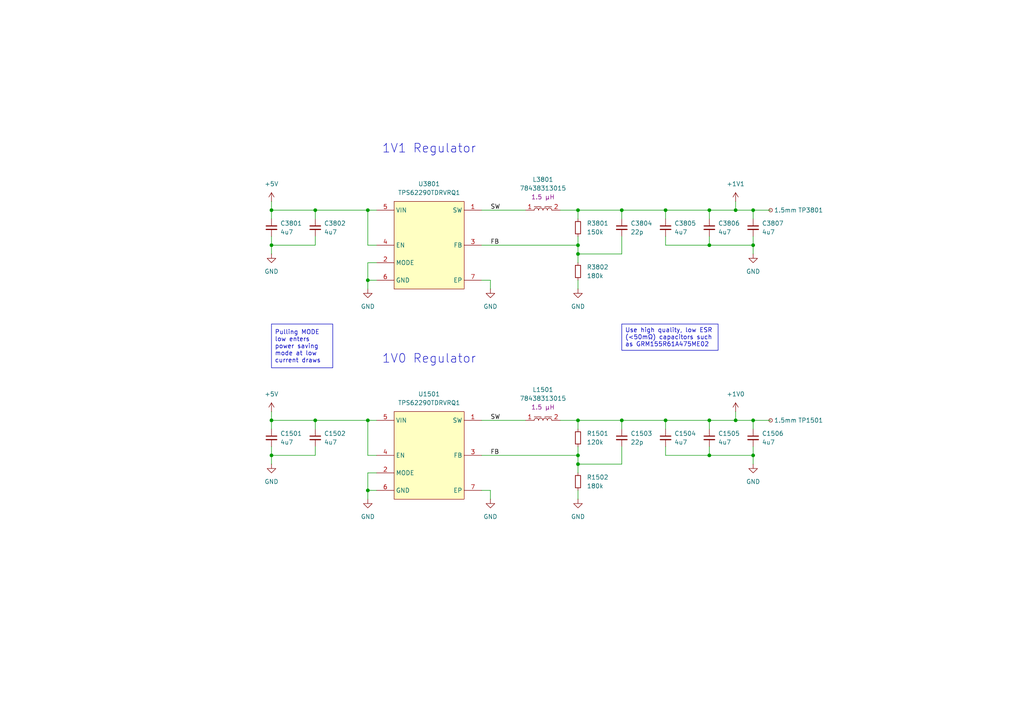
<source format=kicad_sch>
(kicad_sch
	(version 20250114)
	(generator "eeschema")
	(generator_version "9.0")
	(uuid "245ccf39-969f-4919-807b-5f575a973b63")
	(paper "A4")
	(lib_symbols
		(symbol "Connector:TestPoint_Small"
			(pin_numbers
				(hide yes)
			)
			(pin_names
				(offset 0.762)
				(hide yes)
			)
			(exclude_from_sim no)
			(in_bom yes)
			(on_board yes)
			(property "Reference" "TP"
				(at 0 3.81 0)
				(effects
					(font
						(size 1.27 1.27)
					)
				)
			)
			(property "Value" "TestPoint_Small"
				(at 0 2.032 0)
				(effects
					(font
						(size 1.27 1.27)
					)
				)
			)
			(property "Footprint" ""
				(at 5.08 0 0)
				(effects
					(font
						(size 1.27 1.27)
					)
					(hide yes)
				)
			)
			(property "Datasheet" "~"
				(at 5.08 0 0)
				(effects
					(font
						(size 1.27 1.27)
					)
					(hide yes)
				)
			)
			(property "Description" "test point"
				(at 0 0 0)
				(effects
					(font
						(size 1.27 1.27)
					)
					(hide yes)
				)
			)
			(property "ki_keywords" "test point tp"
				(at 0 0 0)
				(effects
					(font
						(size 1.27 1.27)
					)
					(hide yes)
				)
			)
			(property "ki_fp_filters" "Pin* Test*"
				(at 0 0 0)
				(effects
					(font
						(size 1.27 1.27)
					)
					(hide yes)
				)
			)
			(symbol "TestPoint_Small_0_1"
				(circle
					(center 0 0)
					(radius 0.508)
					(stroke
						(width 0)
						(type default)
					)
					(fill
						(type none)
					)
				)
			)
			(symbol "TestPoint_Small_1_1"
				(pin passive line
					(at 0 0 90)
					(length 0)
					(name "1"
						(effects
							(font
								(size 1.27 1.27)
							)
						)
					)
					(number "1"
						(effects
							(font
								(size 1.27 1.27)
							)
						)
					)
				)
			)
			(embedded_fonts no)
		)
		(symbol "Device:C_Small"
			(pin_numbers
				(hide yes)
			)
			(pin_names
				(offset 0.254)
				(hide yes)
			)
			(exclude_from_sim no)
			(in_bom yes)
			(on_board yes)
			(property "Reference" "C"
				(at 0.254 1.778 0)
				(effects
					(font
						(size 1.27 1.27)
					)
					(justify left)
				)
			)
			(property "Value" "C_Small"
				(at 0.254 -2.032 0)
				(effects
					(font
						(size 1.27 1.27)
					)
					(justify left)
				)
			)
			(property "Footprint" ""
				(at 0 0 0)
				(effects
					(font
						(size 1.27 1.27)
					)
					(hide yes)
				)
			)
			(property "Datasheet" "~"
				(at 0 0 0)
				(effects
					(font
						(size 1.27 1.27)
					)
					(hide yes)
				)
			)
			(property "Description" "Unpolarized capacitor, small symbol"
				(at 0 0 0)
				(effects
					(font
						(size 1.27 1.27)
					)
					(hide yes)
				)
			)
			(property "ki_keywords" "capacitor cap"
				(at 0 0 0)
				(effects
					(font
						(size 1.27 1.27)
					)
					(hide yes)
				)
			)
			(property "ki_fp_filters" "C_*"
				(at 0 0 0)
				(effects
					(font
						(size 1.27 1.27)
					)
					(hide yes)
				)
			)
			(symbol "C_Small_0_1"
				(polyline
					(pts
						(xy -1.524 0.508) (xy 1.524 0.508)
					)
					(stroke
						(width 0.3048)
						(type default)
					)
					(fill
						(type none)
					)
				)
				(polyline
					(pts
						(xy -1.524 -0.508) (xy 1.524 -0.508)
					)
					(stroke
						(width 0.3302)
						(type default)
					)
					(fill
						(type none)
					)
				)
			)
			(symbol "C_Small_1_1"
				(pin passive line
					(at 0 2.54 270)
					(length 2.032)
					(name "~"
						(effects
							(font
								(size 1.27 1.27)
							)
						)
					)
					(number "1"
						(effects
							(font
								(size 1.27 1.27)
							)
						)
					)
				)
				(pin passive line
					(at 0 -2.54 90)
					(length 2.032)
					(name "~"
						(effects
							(font
								(size 1.27 1.27)
							)
						)
					)
					(number "2"
						(effects
							(font
								(size 1.27 1.27)
							)
						)
					)
				)
			)
			(embedded_fonts no)
		)
		(symbol "Device:R_Small"
			(pin_numbers
				(hide yes)
			)
			(pin_names
				(offset 0.254)
				(hide yes)
			)
			(exclude_from_sim no)
			(in_bom yes)
			(on_board yes)
			(property "Reference" "R"
				(at 0 0 90)
				(effects
					(font
						(size 1.016 1.016)
					)
				)
			)
			(property "Value" "R_Small"
				(at 1.778 0 90)
				(effects
					(font
						(size 1.27 1.27)
					)
				)
			)
			(property "Footprint" ""
				(at 0 0 0)
				(effects
					(font
						(size 1.27 1.27)
					)
					(hide yes)
				)
			)
			(property "Datasheet" "~"
				(at 0 0 0)
				(effects
					(font
						(size 1.27 1.27)
					)
					(hide yes)
				)
			)
			(property "Description" "Resistor, small symbol"
				(at 0 0 0)
				(effects
					(font
						(size 1.27 1.27)
					)
					(hide yes)
				)
			)
			(property "ki_keywords" "R resistor"
				(at 0 0 0)
				(effects
					(font
						(size 1.27 1.27)
					)
					(hide yes)
				)
			)
			(property "ki_fp_filters" "R_*"
				(at 0 0 0)
				(effects
					(font
						(size 1.27 1.27)
					)
					(hide yes)
				)
			)
			(symbol "R_Small_0_1"
				(rectangle
					(start -0.762 1.778)
					(end 0.762 -1.778)
					(stroke
						(width 0.2032)
						(type default)
					)
					(fill
						(type none)
					)
				)
			)
			(symbol "R_Small_1_1"
				(pin passive line
					(at 0 2.54 270)
					(length 0.762)
					(name "~"
						(effects
							(font
								(size 1.27 1.27)
							)
						)
					)
					(number "1"
						(effects
							(font
								(size 1.27 1.27)
							)
						)
					)
				)
				(pin passive line
					(at 0 -2.54 90)
					(length 0.762)
					(name "~"
						(effects
							(font
								(size 1.27 1.27)
							)
						)
					)
					(number "2"
						(effects
							(font
								(size 1.27 1.27)
							)
						)
					)
				)
			)
			(embedded_fonts no)
		)
		(symbol "PWR-IND:1610_78438313015"
			(pin_names
				(hide yes)
			)
			(exclude_from_sim no)
			(in_bom yes)
			(on_board yes)
			(property "Reference" "L"
				(at 0 8.89 0)
				(effects
					(font
						(size 1.27 1.27)
					)
				)
			)
			(property "Value" "78438313015"
				(at 0 6.35 0)
				(effects
					(font
						(size 1.27 1.27)
					)
				)
			)
			(property "Footprint" "project_footprints:L_Wurth_WE-MAIA-1610"
				(at 12.7 20.32 0)
				(effects
					(font
						(size 1.27 1.27)
					)
					(justify left)
					(hide yes)
				)
			)
			(property "Datasheet" "https://www.we-online.com/catalog/datasheet/78438313015.pdf?ki"
				(at 12.7 17.78 0)
				(effects
					(font
						(size 1.27 1.27)
					)
					(justify left)
					(hide yes)
				)
			)
			(property "Description" "Single Coil Power Inductor"
				(at 0 0 0)
				(effects
					(font
						(size 1.27 1.27)
					)
					(hide yes)
				)
			)
			(property "Manufacturer" "Wurth Elektronik"
				(at 12.7 15.24 0)
				(effects
					(font
						(size 1.27 1.27)
					)
					(justify left)
					(hide yes)
				)
			)
			(property "Manufacturer URL" "https://www.we-online.com"
				(at 12.7 12.7 0)
				(effects
					(font
						(size 1.27 1.27)
					)
					(justify left)
					(hide yes)
				)
			)
			(property "Published Date" "20250429"
				(at 12.7 10.16 0)
				(effects
					(font
						(size 1.27 1.27)
					)
					(justify left)
					(hide yes)
				)
			)
			(property "Match Code" "WE-MAIA"
				(at 12.7 7.62 0)
				(effects
					(font
						(size 1.27 1.27)
					)
					(justify left)
					(hide yes)
				)
			)
			(property "Part Number" "78438313015"
				(at 12.7 5.08 0)
				(effects
					(font
						(size 1.27 1.27)
					)
					(justify left)
					(hide yes)
				)
			)
			(property "Size" "1610"
				(at 12.7 2.54 0)
				(effects
					(font
						(size 1.27 1.27)
					)
					(justify left)
					(hide yes)
				)
			)
			(property "Mounting Technology" "SMT"
				(at 12.7 0 0)
				(effects
					(font
						(size 1.27 1.27)
					)
					(justify left)
					(hide yes)
				)
			)
			(property "L (µH)" "1.5"
				(at 12.7 -2.54 0)
				(effects
					(font
						(size 1.27 1.27)
					)
					(justify left)
					(hide yes)
				)
			)
			(property "ISAT,10% (A)" "1.8"
				(at 12.7 -5.08 0)
				(effects
					(font
						(size 1.27 1.27)
					)
					(justify left)
					(hide yes)
				)
			)
			(property "ISAT,30% (A)" "3.45"
				(at 12.7 -7.62 0)
				(effects
					(font
						(size 1.27 1.27)
					)
					(justify left)
					(hide yes)
				)
			)
			(property "RDC max. (mΩ)" "237.0"
				(at 12.7 -10.16 0)
				(effects
					(font
						(size 1.27 1.27)
					)
					(justify left)
					(hide yes)
				)
			)
			(property "fres (MHz)" "90.0"
				(at 12.7 -12.7 0)
				(effects
					(font
						(size 1.27 1.27)
					)
					(justify left)
					(hide yes)
				)
			)
			(property "IRP,40K (A)" "1.8"
				(at 12.7 -15.24 0)
				(effects
					(font
						(size 1.27 1.27)
					)
					(justify left)
					(hide yes)
				)
			)
			(property "Critical Parameter" "1.5 µH"
				(at 0 3.81 0)
				(effects
					(font
						(size 1.27 1.27)
					)
				)
			)
			(property "ki_keywords" "SMT"
				(at 0 0 0)
				(effects
					(font
						(size 1.27 1.27)
					)
					(hide yes)
				)
			)
			(property "ki_fp_filters" "*WE-MAIA*1610*"
				(at 0 0 0)
				(effects
					(font
						(size 1.27 1.27)
					)
					(hide yes)
				)
			)
			(symbol "1610_78438313015_0_1"
				(polyline
					(pts
						(xy -2.54 1.016) (xy -0.508 1.016)
					)
					(stroke
						(width 0)
						(type default)
					)
					(fill
						(type none)
					)
				)
				(arc
					(start -2.54 0)
					(mid -1.905 0.6323)
					(end -1.27 0)
					(stroke
						(width 0)
						(type default)
					)
					(fill
						(type none)
					)
				)
				(arc
					(start -1.27 0)
					(mid -0.635 0.6323)
					(end 0 0)
					(stroke
						(width 0)
						(type default)
					)
					(fill
						(type none)
					)
				)
				(arc
					(start 0 0)
					(mid 0.635 0.6323)
					(end 1.27 0)
					(stroke
						(width 0)
						(type default)
					)
					(fill
						(type none)
					)
				)
				(arc
					(start 1.27 0)
					(mid 1.905 0.6323)
					(end 2.54 0)
					(stroke
						(width 0)
						(type default)
					)
					(fill
						(type none)
					)
				)
			)
			(symbol "1610_78438313015_1_1"
				(polyline
					(pts
						(xy 2.54 1.016) (xy 0.508 1.016)
					)
					(stroke
						(width 0)
						(type default)
					)
					(fill
						(type none)
					)
				)
				(pin power_in line
					(at -5.08 0 0)
					(length 2.54)
					(name "1"
						(effects
							(font
								(size 1.27 1.27)
							)
						)
					)
					(number "1"
						(effects
							(font
								(size 1.27 1.27)
							)
						)
					)
				)
				(pin power_out line
					(at 5.08 0 180)
					(length 2.54)
					(name "2"
						(effects
							(font
								(size 1.27 1.27)
							)
						)
					)
					(number "2"
						(effects
							(font
								(size 1.27 1.27)
							)
						)
					)
				)
			)
			(embedded_fonts no)
		)
		(symbol "PWR-SMPS:TPS62290TDRVRQ1"
			(exclude_from_sim no)
			(in_bom yes)
			(on_board yes)
			(property "Reference" "U"
				(at 0 5.08 0)
				(effects
					(font
						(size 1.27 1.27)
					)
				)
			)
			(property "Value" "TPS62290TDRVRQ1"
				(at 0 2.54 0)
				(effects
					(font
						(size 1.27 1.27)
					)
				)
			)
			(property "Footprint" "project_footprints:SON65P200X200X80-7N"
				(at 26.67 -94.92 0)
				(effects
					(font
						(size 1.27 1.27)
					)
					(justify left top)
					(hide yes)
				)
			)
			(property "Datasheet" "http://www.ti.com/lit/gpn/tps62290-q1"
				(at 26.67 -194.92 0)
				(effects
					(font
						(size 1.27 1.27)
					)
					(justify left top)
					(hide yes)
				)
			)
			(property "Description" "Automotive 2.3V to 6V, 2.25MHz Fixed Frequency 1A Buck Converter in 2x2mm SON/TSOT23 Package"
				(at 0 -27.94 0)
				(effects
					(font
						(size 1.27 1.27)
					)
					(hide yes)
				)
			)
			(property "Height" "0.8"
				(at 26.67 -394.92 0)
				(effects
					(font
						(size 1.27 1.27)
					)
					(justify left top)
					(hide yes)
				)
			)
			(property "Mouser Part Number" "595-TPS62290TDRVRQ1"
				(at 26.67 -494.92 0)
				(effects
					(font
						(size 1.27 1.27)
					)
					(justify left top)
					(hide yes)
				)
			)
			(property "Mouser Price/Stock" "https://www.mouser.co.uk/ProductDetail/Texas-Instruments/TPS62290TDRVRQ1?qs=NiBvnJE4bX0YWtuMnJowVQ%3D%3D"
				(at 26.67 -594.92 0)
				(effects
					(font
						(size 1.27 1.27)
					)
					(justify left top)
					(hide yes)
				)
			)
			(property "Manufacturer_Name" "Texas Instruments"
				(at 26.67 -694.92 0)
				(effects
					(font
						(size 1.27 1.27)
					)
					(justify left top)
					(hide yes)
				)
			)
			(property "Manufacturer_Part_Number" "TPS62290TDRVRQ1"
				(at 26.67 -794.92 0)
				(effects
					(font
						(size 1.27 1.27)
					)
					(justify left top)
					(hide yes)
				)
			)
			(symbol "TPS62290TDRVRQ1_1_1"
				(rectangle
					(start -10.16 0)
					(end 10.16 -25.4)
					(stroke
						(width 0)
						(type solid)
					)
					(fill
						(type background)
					)
				)
				(pin power_in line
					(at -15.24 -2.54 0)
					(length 5.08)
					(name "VIN"
						(effects
							(font
								(size 1.27 1.27)
							)
						)
					)
					(number "5"
						(effects
							(font
								(size 1.27 1.27)
							)
						)
					)
				)
				(pin input line
					(at -15.24 -12.7 0)
					(length 5.08)
					(name "EN"
						(effects
							(font
								(size 1.27 1.27)
							)
						)
					)
					(number "4"
						(effects
							(font
								(size 1.27 1.27)
							)
						)
					)
				)
				(pin input line
					(at -15.24 -17.78 0)
					(length 5.08)
					(name "MODE"
						(effects
							(font
								(size 1.27 1.27)
							)
						)
					)
					(number "2"
						(effects
							(font
								(size 1.27 1.27)
							)
						)
					)
				)
				(pin power_in line
					(at -15.24 -22.86 0)
					(length 5.08)
					(name "GND"
						(effects
							(font
								(size 1.27 1.27)
							)
						)
					)
					(number "6"
						(effects
							(font
								(size 1.27 1.27)
							)
						)
					)
				)
				(pin power_out line
					(at 15.24 -2.54 180)
					(length 5.08)
					(name "SW"
						(effects
							(font
								(size 1.27 1.27)
							)
						)
					)
					(number "1"
						(effects
							(font
								(size 1.27 1.27)
							)
						)
					)
				)
				(pin input line
					(at 15.24 -12.7 180)
					(length 5.08)
					(name "FB"
						(effects
							(font
								(size 1.27 1.27)
							)
						)
					)
					(number "3"
						(effects
							(font
								(size 1.27 1.27)
							)
						)
					)
				)
				(pin power_in line
					(at 15.24 -22.86 180)
					(length 5.08)
					(name "EP"
						(effects
							(font
								(size 1.27 1.27)
							)
						)
					)
					(number "7"
						(effects
							(font
								(size 1.27 1.27)
							)
						)
					)
				)
			)
			(embedded_fonts no)
		)
		(symbol "power:+1V0"
			(power)
			(pin_numbers
				(hide yes)
			)
			(pin_names
				(offset 0)
				(hide yes)
			)
			(exclude_from_sim no)
			(in_bom yes)
			(on_board yes)
			(property "Reference" "#PWR"
				(at 0 -3.81 0)
				(effects
					(font
						(size 1.27 1.27)
					)
					(hide yes)
				)
			)
			(property "Value" "+1V0"
				(at 0 3.556 0)
				(effects
					(font
						(size 1.27 1.27)
					)
				)
			)
			(property "Footprint" ""
				(at 0 0 0)
				(effects
					(font
						(size 1.27 1.27)
					)
					(hide yes)
				)
			)
			(property "Datasheet" ""
				(at 0 0 0)
				(effects
					(font
						(size 1.27 1.27)
					)
					(hide yes)
				)
			)
			(property "Description" "Power symbol creates a global label with name \"+1V0\""
				(at 0 0 0)
				(effects
					(font
						(size 1.27 1.27)
					)
					(hide yes)
				)
			)
			(property "ki_keywords" "global power"
				(at 0 0 0)
				(effects
					(font
						(size 1.27 1.27)
					)
					(hide yes)
				)
			)
			(symbol "+1V0_0_1"
				(polyline
					(pts
						(xy -0.762 1.27) (xy 0 2.54)
					)
					(stroke
						(width 0)
						(type default)
					)
					(fill
						(type none)
					)
				)
				(polyline
					(pts
						(xy 0 2.54) (xy 0.762 1.27)
					)
					(stroke
						(width 0)
						(type default)
					)
					(fill
						(type none)
					)
				)
				(polyline
					(pts
						(xy 0 0) (xy 0 2.54)
					)
					(stroke
						(width 0)
						(type default)
					)
					(fill
						(type none)
					)
				)
			)
			(symbol "+1V0_1_1"
				(pin power_in line
					(at 0 0 90)
					(length 0)
					(name "~"
						(effects
							(font
								(size 1.27 1.27)
							)
						)
					)
					(number "1"
						(effects
							(font
								(size 1.27 1.27)
							)
						)
					)
				)
			)
			(embedded_fonts no)
		)
		(symbol "power:+1V1"
			(power)
			(pin_numbers
				(hide yes)
			)
			(pin_names
				(offset 0)
				(hide yes)
			)
			(exclude_from_sim no)
			(in_bom yes)
			(on_board yes)
			(property "Reference" "#PWR"
				(at 0 -3.81 0)
				(effects
					(font
						(size 1.27 1.27)
					)
					(hide yes)
				)
			)
			(property "Value" "+1V1"
				(at 0 3.556 0)
				(effects
					(font
						(size 1.27 1.27)
					)
				)
			)
			(property "Footprint" ""
				(at 0 0 0)
				(effects
					(font
						(size 1.27 1.27)
					)
					(hide yes)
				)
			)
			(property "Datasheet" ""
				(at 0 0 0)
				(effects
					(font
						(size 1.27 1.27)
					)
					(hide yes)
				)
			)
			(property "Description" "Power symbol creates a global label with name \"+1V1\""
				(at 0 0 0)
				(effects
					(font
						(size 1.27 1.27)
					)
					(hide yes)
				)
			)
			(property "ki_keywords" "global power"
				(at 0 0 0)
				(effects
					(font
						(size 1.27 1.27)
					)
					(hide yes)
				)
			)
			(symbol "+1V1_0_1"
				(polyline
					(pts
						(xy -0.762 1.27) (xy 0 2.54)
					)
					(stroke
						(width 0)
						(type default)
					)
					(fill
						(type none)
					)
				)
				(polyline
					(pts
						(xy 0 2.54) (xy 0.762 1.27)
					)
					(stroke
						(width 0)
						(type default)
					)
					(fill
						(type none)
					)
				)
				(polyline
					(pts
						(xy 0 0) (xy 0 2.54)
					)
					(stroke
						(width 0)
						(type default)
					)
					(fill
						(type none)
					)
				)
			)
			(symbol "+1V1_1_1"
				(pin power_in line
					(at 0 0 90)
					(length 0)
					(name "~"
						(effects
							(font
								(size 1.27 1.27)
							)
						)
					)
					(number "1"
						(effects
							(font
								(size 1.27 1.27)
							)
						)
					)
				)
			)
			(embedded_fonts no)
		)
		(symbol "power:+5V"
			(power)
			(pin_numbers
				(hide yes)
			)
			(pin_names
				(offset 0)
				(hide yes)
			)
			(exclude_from_sim no)
			(in_bom yes)
			(on_board yes)
			(property "Reference" "#PWR"
				(at 0 -3.81 0)
				(effects
					(font
						(size 1.27 1.27)
					)
					(hide yes)
				)
			)
			(property "Value" "+5V"
				(at 0 3.556 0)
				(effects
					(font
						(size 1.27 1.27)
					)
				)
			)
			(property "Footprint" ""
				(at 0 0 0)
				(effects
					(font
						(size 1.27 1.27)
					)
					(hide yes)
				)
			)
			(property "Datasheet" ""
				(at 0 0 0)
				(effects
					(font
						(size 1.27 1.27)
					)
					(hide yes)
				)
			)
			(property "Description" "Power symbol creates a global label with name \"+5V\""
				(at 0 0 0)
				(effects
					(font
						(size 1.27 1.27)
					)
					(hide yes)
				)
			)
			(property "ki_keywords" "global power"
				(at 0 0 0)
				(effects
					(font
						(size 1.27 1.27)
					)
					(hide yes)
				)
			)
			(symbol "+5V_0_1"
				(polyline
					(pts
						(xy -0.762 1.27) (xy 0 2.54)
					)
					(stroke
						(width 0)
						(type default)
					)
					(fill
						(type none)
					)
				)
				(polyline
					(pts
						(xy 0 2.54) (xy 0.762 1.27)
					)
					(stroke
						(width 0)
						(type default)
					)
					(fill
						(type none)
					)
				)
				(polyline
					(pts
						(xy 0 0) (xy 0 2.54)
					)
					(stroke
						(width 0)
						(type default)
					)
					(fill
						(type none)
					)
				)
			)
			(symbol "+5V_1_1"
				(pin power_in line
					(at 0 0 90)
					(length 0)
					(name "~"
						(effects
							(font
								(size 1.27 1.27)
							)
						)
					)
					(number "1"
						(effects
							(font
								(size 1.27 1.27)
							)
						)
					)
				)
			)
			(embedded_fonts no)
		)
		(symbol "power:GND"
			(power)
			(pin_numbers
				(hide yes)
			)
			(pin_names
				(offset 0)
				(hide yes)
			)
			(exclude_from_sim no)
			(in_bom yes)
			(on_board yes)
			(property "Reference" "#PWR"
				(at 0 -6.35 0)
				(effects
					(font
						(size 1.27 1.27)
					)
					(hide yes)
				)
			)
			(property "Value" "GND"
				(at 0 -3.81 0)
				(effects
					(font
						(size 1.27 1.27)
					)
				)
			)
			(property "Footprint" ""
				(at 0 0 0)
				(effects
					(font
						(size 1.27 1.27)
					)
					(hide yes)
				)
			)
			(property "Datasheet" ""
				(at 0 0 0)
				(effects
					(font
						(size 1.27 1.27)
					)
					(hide yes)
				)
			)
			(property "Description" "Power symbol creates a global label with name \"GND\" , ground"
				(at 0 0 0)
				(effects
					(font
						(size 1.27 1.27)
					)
					(hide yes)
				)
			)
			(property "ki_keywords" "global power"
				(at 0 0 0)
				(effects
					(font
						(size 1.27 1.27)
					)
					(hide yes)
				)
			)
			(symbol "GND_0_1"
				(polyline
					(pts
						(xy 0 0) (xy 0 -1.27) (xy 1.27 -1.27) (xy 0 -2.54) (xy -1.27 -1.27) (xy 0 -1.27)
					)
					(stroke
						(width 0)
						(type default)
					)
					(fill
						(type none)
					)
				)
			)
			(symbol "GND_1_1"
				(pin power_in line
					(at 0 0 270)
					(length 0)
					(name "~"
						(effects
							(font
								(size 1.27 1.27)
							)
						)
					)
					(number "1"
						(effects
							(font
								(size 1.27 1.27)
							)
						)
					)
				)
			)
			(embedded_fonts no)
		)
	)
	(text "1V0 Regulator"
		(exclude_from_sim no)
		(at 124.46 104.14 0)
		(effects
			(font
				(size 2.54 2.54)
			)
		)
		(uuid "5fa203a5-ab63-405e-b8be-a83ff93bd3f5")
	)
	(text "1V1 Regulator"
		(exclude_from_sim no)
		(at 124.46 43.18 0)
		(effects
			(font
				(size 2.54 2.54)
			)
		)
		(uuid "62a4501f-1827-41f9-90f8-f2e30242a46b")
	)
	(text_box "Pulling MODE low enters power saving mode at low current draws"
		(exclude_from_sim no)
		(at 78.74 93.98 0)
		(size 17.78 12.7)
		(margins 0.9525 0.9525 0.9525 0.9525)
		(stroke
			(width 0)
			(type solid)
		)
		(fill
			(type none)
		)
		(effects
			(font
				(size 1.27 1.27)
			)
			(justify left)
		)
		(uuid "5282edb2-0d23-49a9-9571-6b592835cbbc")
	)
	(text_box "Use high quality, low ESR (<50mΩ) capacitors such as GRM155R61A475ME02"
		(exclude_from_sim no)
		(at 180.34 93.98 0)
		(size 27.94 7.62)
		(margins 0.9525 0.9525 0.9525 0.9525)
		(stroke
			(width 0)
			(type solid)
		)
		(fill
			(type none)
		)
		(effects
			(font
				(size 1.27 1.27)
			)
			(justify left top)
		)
		(uuid "6b2fe63f-33e5-4a01-9db2-75d57935a118")
	)
	(junction
		(at 167.64 121.92)
		(diameter 0)
		(color 0 0 0 0)
		(uuid "02568116-9b15-470f-a024-5ecd337525ea")
	)
	(junction
		(at 205.74 121.92)
		(diameter 0)
		(color 0 0 0 0)
		(uuid "05d587e0-36f2-4044-9ad6-3dc2670d40a0")
	)
	(junction
		(at 78.74 71.12)
		(diameter 0)
		(color 0 0 0 0)
		(uuid "11b257fc-1628-4b70-ba55-8a1375568bdf")
	)
	(junction
		(at 193.04 121.92)
		(diameter 0)
		(color 0 0 0 0)
		(uuid "1d05c315-1983-40d0-8f17-42d691d36c48")
	)
	(junction
		(at 218.44 60.96)
		(diameter 0)
		(color 0 0 0 0)
		(uuid "26dfd147-7c4d-4caf-8682-3cd00727d778")
	)
	(junction
		(at 91.44 121.92)
		(diameter 0)
		(color 0 0 0 0)
		(uuid "28b15593-558b-4ac0-8e33-83fb3679faf9")
	)
	(junction
		(at 205.74 60.96)
		(diameter 0)
		(color 0 0 0 0)
		(uuid "301007b2-1fb1-44e1-a8f7-63a2851a273d")
	)
	(junction
		(at 78.74 132.08)
		(diameter 0)
		(color 0 0 0 0)
		(uuid "33824029-4333-424c-bf0f-c447656db612")
	)
	(junction
		(at 213.36 60.96)
		(diameter 0)
		(color 0 0 0 0)
		(uuid "4805df91-f443-47fd-be03-3227c203169e")
	)
	(junction
		(at 106.68 81.28)
		(diameter 0)
		(color 0 0 0 0)
		(uuid "49e6b217-4332-4e7f-b78f-943420d19b1b")
	)
	(junction
		(at 193.04 60.96)
		(diameter 0)
		(color 0 0 0 0)
		(uuid "4b2cbb6b-f3a1-4373-be1c-7b6927f77739")
	)
	(junction
		(at 218.44 132.08)
		(diameter 0)
		(color 0 0 0 0)
		(uuid "4f0aa32f-6bd9-4fd0-bf27-eb100d897ab9")
	)
	(junction
		(at 106.68 121.92)
		(diameter 0)
		(color 0 0 0 0)
		(uuid "5124df6f-fdb8-4391-b061-5e83d73240bd")
	)
	(junction
		(at 205.74 71.12)
		(diameter 0)
		(color 0 0 0 0)
		(uuid "5152262c-1748-4ed2-bc66-6cc81b53bcad")
	)
	(junction
		(at 213.36 121.92)
		(diameter 0)
		(color 0 0 0 0)
		(uuid "5d910c69-f067-4782-b540-b75f082bf5ad")
	)
	(junction
		(at 106.68 142.24)
		(diameter 0)
		(color 0 0 0 0)
		(uuid "6063b5f4-0ed9-4223-b352-321f935eb774")
	)
	(junction
		(at 180.34 60.96)
		(diameter 0)
		(color 0 0 0 0)
		(uuid "67e86bd5-26c5-4a9c-a58f-c85e336a5171")
	)
	(junction
		(at 167.64 60.96)
		(diameter 0)
		(color 0 0 0 0)
		(uuid "6c3194d0-821d-4385-a890-cacf5cdbc373")
	)
	(junction
		(at 205.74 132.08)
		(diameter 0)
		(color 0 0 0 0)
		(uuid "714fa6ff-2a33-4a4c-beb0-a7988696818d")
	)
	(junction
		(at 167.64 132.08)
		(diameter 0)
		(color 0 0 0 0)
		(uuid "76e05451-af4e-4962-8c99-c9211adbb84a")
	)
	(junction
		(at 167.64 73.66)
		(diameter 0)
		(color 0 0 0 0)
		(uuid "7713d5d9-61d4-4b9c-99f6-f33d289014d8")
	)
	(junction
		(at 218.44 121.92)
		(diameter 0)
		(color 0 0 0 0)
		(uuid "794ea1b9-e3b7-4c16-9ee7-cd4b049ea207")
	)
	(junction
		(at 106.68 60.96)
		(diameter 0)
		(color 0 0 0 0)
		(uuid "884aaf40-31a6-4870-a273-97c612f76857")
	)
	(junction
		(at 167.64 134.62)
		(diameter 0)
		(color 0 0 0 0)
		(uuid "9be315ef-8553-4934-a4f6-755351550021")
	)
	(junction
		(at 78.74 121.92)
		(diameter 0)
		(color 0 0 0 0)
		(uuid "bbdb5068-3b8c-4139-a681-3d00ac77367b")
	)
	(junction
		(at 180.34 121.92)
		(diameter 0)
		(color 0 0 0 0)
		(uuid "c69bcced-ecb8-4a6f-a3ee-a2a7ee351873")
	)
	(junction
		(at 78.74 60.96)
		(diameter 0)
		(color 0 0 0 0)
		(uuid "d2a932ee-f3d5-4ecb-9773-6b394597cbbb")
	)
	(junction
		(at 91.44 60.96)
		(diameter 0)
		(color 0 0 0 0)
		(uuid "d5e7d4c2-6f7d-4294-a924-b5d68a16a65f")
	)
	(junction
		(at 218.44 71.12)
		(diameter 0)
		(color 0 0 0 0)
		(uuid "d84020bd-3e0b-4e74-a93a-6ee3d9debb9a")
	)
	(junction
		(at 167.64 71.12)
		(diameter 0)
		(color 0 0 0 0)
		(uuid "f2f7cfe7-855e-4009-a5e7-bd1bbb69ca67")
	)
	(wire
		(pts
			(xy 91.44 68.58) (xy 91.44 71.12)
		)
		(stroke
			(width 0)
			(type default)
		)
		(uuid "04b8b5f0-9941-473f-b788-b93d3156d5ae")
	)
	(wire
		(pts
			(xy 106.68 121.92) (xy 109.22 121.92)
		)
		(stroke
			(width 0)
			(type default)
		)
		(uuid "14873613-7eca-413e-9333-1f939e7c397e")
	)
	(wire
		(pts
			(xy 91.44 129.54) (xy 91.44 132.08)
		)
		(stroke
			(width 0)
			(type default)
		)
		(uuid "15aa6c20-fd2f-45b4-a842-72588ba14f71")
	)
	(wire
		(pts
			(xy 142.24 142.24) (xy 139.7 142.24)
		)
		(stroke
			(width 0)
			(type default)
		)
		(uuid "165d237c-8640-41fd-b5af-22b6a836af5d")
	)
	(wire
		(pts
			(xy 213.36 60.96) (xy 218.44 60.96)
		)
		(stroke
			(width 0)
			(type default)
		)
		(uuid "19721202-e042-40d8-84e3-3941f59e52ed")
	)
	(wire
		(pts
			(xy 91.44 121.92) (xy 106.68 121.92)
		)
		(stroke
			(width 0)
			(type default)
		)
		(uuid "1bcf0cb2-63dd-4378-946e-d30453a5b077")
	)
	(wire
		(pts
			(xy 106.68 137.16) (xy 106.68 142.24)
		)
		(stroke
			(width 0)
			(type default)
		)
		(uuid "1c53cfd4-2d52-4516-93c5-30be766983ba")
	)
	(wire
		(pts
			(xy 78.74 73.66) (xy 78.74 71.12)
		)
		(stroke
			(width 0)
			(type default)
		)
		(uuid "2068fce1-ba00-45bc-b008-c4ec857c8213")
	)
	(wire
		(pts
			(xy 180.34 121.92) (xy 180.34 124.46)
		)
		(stroke
			(width 0)
			(type default)
		)
		(uuid "241624b8-6510-4481-9b5c-0aabeea3df39")
	)
	(wire
		(pts
			(xy 193.04 60.96) (xy 205.74 60.96)
		)
		(stroke
			(width 0)
			(type default)
		)
		(uuid "28bf5756-b419-466e-8637-8b8565ec7a25")
	)
	(wire
		(pts
			(xy 205.74 129.54) (xy 205.74 132.08)
		)
		(stroke
			(width 0)
			(type default)
		)
		(uuid "2ad2c446-c581-43aa-961c-4b80878a1b5b")
	)
	(wire
		(pts
			(xy 218.44 121.92) (xy 218.44 124.46)
		)
		(stroke
			(width 0)
			(type default)
		)
		(uuid "2dfc3083-b7b0-4520-bfca-79a6381f88d8")
	)
	(wire
		(pts
			(xy 180.34 129.54) (xy 180.34 134.62)
		)
		(stroke
			(width 0)
			(type default)
		)
		(uuid "2ec71eb3-ebd2-41bb-8f1b-77638bc815e6")
	)
	(wire
		(pts
			(xy 91.44 60.96) (xy 91.44 63.5)
		)
		(stroke
			(width 0)
			(type default)
		)
		(uuid "2f9785df-9500-4910-8e05-8810108b17ee")
	)
	(wire
		(pts
			(xy 193.04 60.96) (xy 193.04 63.5)
		)
		(stroke
			(width 0)
			(type default)
		)
		(uuid "357f5a49-a86f-437b-bf74-c8171ff17ef8")
	)
	(wire
		(pts
			(xy 139.7 71.12) (xy 167.64 71.12)
		)
		(stroke
			(width 0)
			(type default)
		)
		(uuid "3887feca-9e10-46f5-a91d-d4123a4042a3")
	)
	(wire
		(pts
			(xy 193.04 121.92) (xy 193.04 124.46)
		)
		(stroke
			(width 0)
			(type default)
		)
		(uuid "391038ac-3ee1-4923-8a19-b6ace229f4fb")
	)
	(wire
		(pts
			(xy 205.74 121.92) (xy 205.74 124.46)
		)
		(stroke
			(width 0)
			(type default)
		)
		(uuid "395fd8ce-04ee-4c1f-be88-131cb77d6710")
	)
	(wire
		(pts
			(xy 167.64 129.54) (xy 167.64 132.08)
		)
		(stroke
			(width 0)
			(type default)
		)
		(uuid "3cc7ae73-ccb0-46cb-8afb-4309892fe621")
	)
	(wire
		(pts
			(xy 180.34 134.62) (xy 167.64 134.62)
		)
		(stroke
			(width 0)
			(type default)
		)
		(uuid "3d388c08-cd3a-4f1f-b1b7-9416befb07c5")
	)
	(wire
		(pts
			(xy 142.24 144.78) (xy 142.24 142.24)
		)
		(stroke
			(width 0)
			(type default)
		)
		(uuid "41ca2311-f763-417c-bb53-31b325f39207")
	)
	(wire
		(pts
			(xy 162.56 60.96) (xy 167.64 60.96)
		)
		(stroke
			(width 0)
			(type default)
		)
		(uuid "42e5fa88-7264-4dfd-891f-b30f126c414a")
	)
	(wire
		(pts
			(xy 167.64 68.58) (xy 167.64 71.12)
		)
		(stroke
			(width 0)
			(type default)
		)
		(uuid "452fed91-1211-4502-82b0-8e942406a50e")
	)
	(wire
		(pts
			(xy 167.64 81.28) (xy 167.64 83.82)
		)
		(stroke
			(width 0)
			(type default)
		)
		(uuid "4ab165b0-1b8b-4ce7-8314-6b6802d8ad67")
	)
	(wire
		(pts
			(xy 205.74 60.96) (xy 205.74 63.5)
		)
		(stroke
			(width 0)
			(type default)
		)
		(uuid "51df141f-ea5d-42b6-b59e-cbc8c7d4b8e9")
	)
	(wire
		(pts
			(xy 91.44 60.96) (xy 106.68 60.96)
		)
		(stroke
			(width 0)
			(type default)
		)
		(uuid "53181b26-3bbf-4f3b-9493-d7145ff25c06")
	)
	(wire
		(pts
			(xy 193.04 71.12) (xy 205.74 71.12)
		)
		(stroke
			(width 0)
			(type default)
		)
		(uuid "599ef246-63d0-4389-bd4c-43738f0d6dda")
	)
	(wire
		(pts
			(xy 180.34 121.92) (xy 193.04 121.92)
		)
		(stroke
			(width 0)
			(type default)
		)
		(uuid "5ac163f2-5317-4626-9bc7-a61b92408e1a")
	)
	(wire
		(pts
			(xy 78.74 68.58) (xy 78.74 71.12)
		)
		(stroke
			(width 0)
			(type default)
		)
		(uuid "5d970923-352e-4302-b96e-98c629169038")
	)
	(wire
		(pts
			(xy 193.04 132.08) (xy 205.74 132.08)
		)
		(stroke
			(width 0)
			(type default)
		)
		(uuid "5e71404e-877b-4f1e-82c1-3d6bee90da66")
	)
	(wire
		(pts
			(xy 218.44 132.08) (xy 205.74 132.08)
		)
		(stroke
			(width 0)
			(type default)
		)
		(uuid "60134ec3-94d1-42d7-90e5-653fe4a25118")
	)
	(wire
		(pts
			(xy 223.52 60.96) (xy 218.44 60.96)
		)
		(stroke
			(width 0)
			(type default)
		)
		(uuid "6071bcb9-9da1-4653-b667-36043ca5590e")
	)
	(wire
		(pts
			(xy 139.7 121.92) (xy 152.4 121.92)
		)
		(stroke
			(width 0)
			(type default)
		)
		(uuid "61a6df72-a53c-4431-983e-29672ae7ca38")
	)
	(wire
		(pts
			(xy 139.7 132.08) (xy 167.64 132.08)
		)
		(stroke
			(width 0)
			(type default)
		)
		(uuid "642dc5f1-e79d-4723-8e93-1e72453cb3e9")
	)
	(wire
		(pts
			(xy 106.68 60.96) (xy 109.22 60.96)
		)
		(stroke
			(width 0)
			(type default)
		)
		(uuid "677d92fb-e38e-4504-a2c5-d1a256a88d32")
	)
	(wire
		(pts
			(xy 106.68 60.96) (xy 106.68 71.12)
		)
		(stroke
			(width 0)
			(type default)
		)
		(uuid "681a1c12-ac3a-46be-a5a4-3bebfdd6f2bc")
	)
	(wire
		(pts
			(xy 167.64 142.24) (xy 167.64 144.78)
		)
		(stroke
			(width 0)
			(type default)
		)
		(uuid "69368485-fa3c-4869-88d1-f15c4c85d42c")
	)
	(wire
		(pts
			(xy 213.36 121.92) (xy 218.44 121.92)
		)
		(stroke
			(width 0)
			(type default)
		)
		(uuid "6b01e79a-4819-4587-a2ce-b19670006890")
	)
	(wire
		(pts
			(xy 180.34 60.96) (xy 180.34 63.5)
		)
		(stroke
			(width 0)
			(type default)
		)
		(uuid "6b344778-d8a3-47ef-9a3f-55f9f542053b")
	)
	(wire
		(pts
			(xy 180.34 60.96) (xy 193.04 60.96)
		)
		(stroke
			(width 0)
			(type default)
		)
		(uuid "6edbfe65-9cc2-4570-a0bf-b0d0e24c7957")
	)
	(wire
		(pts
			(xy 167.64 60.96) (xy 167.64 63.5)
		)
		(stroke
			(width 0)
			(type default)
		)
		(uuid "70dfccde-34fc-4102-af77-ba9edf993891")
	)
	(wire
		(pts
			(xy 213.36 119.38) (xy 213.36 121.92)
		)
		(stroke
			(width 0)
			(type default)
		)
		(uuid "71861a83-3779-4541-a1b5-9cbffa3bf876")
	)
	(wire
		(pts
			(xy 78.74 60.96) (xy 78.74 63.5)
		)
		(stroke
			(width 0)
			(type default)
		)
		(uuid "737a90a9-e2e1-47ef-9988-620a17ba868e")
	)
	(wire
		(pts
			(xy 162.56 121.92) (xy 167.64 121.92)
		)
		(stroke
			(width 0)
			(type default)
		)
		(uuid "77ef049a-156b-4af8-9087-00bbbdecae2b")
	)
	(wire
		(pts
			(xy 78.74 134.62) (xy 78.74 132.08)
		)
		(stroke
			(width 0)
			(type default)
		)
		(uuid "78c5e587-56f4-456f-b086-7ec099b8edca")
	)
	(wire
		(pts
			(xy 106.68 76.2) (xy 109.22 76.2)
		)
		(stroke
			(width 0)
			(type default)
		)
		(uuid "7a46432e-8b0b-4cdb-9fec-8a6508131aab")
	)
	(wire
		(pts
			(xy 91.44 121.92) (xy 91.44 124.46)
		)
		(stroke
			(width 0)
			(type default)
		)
		(uuid "7b56ff58-9953-4f62-8eea-0c7fc4545d76")
	)
	(wire
		(pts
			(xy 109.22 132.08) (xy 106.68 132.08)
		)
		(stroke
			(width 0)
			(type default)
		)
		(uuid "7bd4f32c-4d43-41a3-8c65-94ee8166069b")
	)
	(wire
		(pts
			(xy 218.44 73.66) (xy 218.44 71.12)
		)
		(stroke
			(width 0)
			(type default)
		)
		(uuid "7fac7ff4-eabc-487c-b398-46f0ca15e132")
	)
	(wire
		(pts
			(xy 78.74 58.42) (xy 78.74 60.96)
		)
		(stroke
			(width 0)
			(type default)
		)
		(uuid "818fdf45-cbda-4be5-ace9-a23e808d6b27")
	)
	(wire
		(pts
			(xy 167.64 132.08) (xy 167.64 134.62)
		)
		(stroke
			(width 0)
			(type default)
		)
		(uuid "8307afad-e8d9-4b5e-9b78-3ab414225c83")
	)
	(wire
		(pts
			(xy 205.74 68.58) (xy 205.74 71.12)
		)
		(stroke
			(width 0)
			(type default)
		)
		(uuid "832c7670-c296-4696-a617-71fc6b9ece6c")
	)
	(wire
		(pts
			(xy 193.04 68.58) (xy 193.04 71.12)
		)
		(stroke
			(width 0)
			(type default)
		)
		(uuid "834cf12a-0b33-4598-b3e3-73e217c14d7d")
	)
	(wire
		(pts
			(xy 218.44 134.62) (xy 218.44 132.08)
		)
		(stroke
			(width 0)
			(type default)
		)
		(uuid "8a127b27-3439-4ddd-a70e-88a667602234")
	)
	(wire
		(pts
			(xy 205.74 121.92) (xy 213.36 121.92)
		)
		(stroke
			(width 0)
			(type default)
		)
		(uuid "8a2719da-57a0-4dd2-a509-aa8cea543672")
	)
	(wire
		(pts
			(xy 167.64 60.96) (xy 180.34 60.96)
		)
		(stroke
			(width 0)
			(type default)
		)
		(uuid "8efec55f-c0a3-4a3a-957c-92c9cd2f4e45")
	)
	(wire
		(pts
			(xy 180.34 68.58) (xy 180.34 73.66)
		)
		(stroke
			(width 0)
			(type default)
		)
		(uuid "924756f2-6458-41ae-9415-fec918be0e77")
	)
	(wire
		(pts
			(xy 78.74 129.54) (xy 78.74 132.08)
		)
		(stroke
			(width 0)
			(type default)
		)
		(uuid "92793445-686d-4ccd-95f5-6b468736c031")
	)
	(wire
		(pts
			(xy 106.68 137.16) (xy 109.22 137.16)
		)
		(stroke
			(width 0)
			(type default)
		)
		(uuid "a301db60-ef76-47eb-a533-caa5a775af85")
	)
	(wire
		(pts
			(xy 142.24 81.28) (xy 139.7 81.28)
		)
		(stroke
			(width 0)
			(type default)
		)
		(uuid "a354d216-9c98-470b-aebd-04347f2cc560")
	)
	(wire
		(pts
			(xy 109.22 81.28) (xy 106.68 81.28)
		)
		(stroke
			(width 0)
			(type default)
		)
		(uuid "a57c5fd2-30f8-434d-bdd8-42c49754185e")
	)
	(wire
		(pts
			(xy 106.68 121.92) (xy 106.68 132.08)
		)
		(stroke
			(width 0)
			(type default)
		)
		(uuid "a819ac80-b122-45ac-9f8a-9fac8055952c")
	)
	(wire
		(pts
			(xy 78.74 71.12) (xy 91.44 71.12)
		)
		(stroke
			(width 0)
			(type default)
		)
		(uuid "aa5a4826-ada9-4517-be96-15ec43a50466")
	)
	(wire
		(pts
			(xy 167.64 73.66) (xy 167.64 76.2)
		)
		(stroke
			(width 0)
			(type default)
		)
		(uuid "ae133342-afe1-4994-93cd-0cdf2de939cd")
	)
	(wire
		(pts
			(xy 218.44 129.54) (xy 218.44 132.08)
		)
		(stroke
			(width 0)
			(type default)
		)
		(uuid "af06b4a0-b0f7-47c3-a81e-a69a4c8bf54c")
	)
	(wire
		(pts
			(xy 78.74 60.96) (xy 91.44 60.96)
		)
		(stroke
			(width 0)
			(type default)
		)
		(uuid "b38a597f-5065-43d2-83e0-cbc1d105033d")
	)
	(wire
		(pts
			(xy 193.04 129.54) (xy 193.04 132.08)
		)
		(stroke
			(width 0)
			(type default)
		)
		(uuid "b38df162-6be0-456b-933d-27a9225b9561")
	)
	(wire
		(pts
			(xy 167.64 134.62) (xy 167.64 137.16)
		)
		(stroke
			(width 0)
			(type default)
		)
		(uuid "b87b7c2b-a212-4c1a-be0b-342c5b4f6004")
	)
	(wire
		(pts
			(xy 142.24 83.82) (xy 142.24 81.28)
		)
		(stroke
			(width 0)
			(type default)
		)
		(uuid "b90f52d9-6984-4156-9e5d-bc264960b7ee")
	)
	(wire
		(pts
			(xy 218.44 68.58) (xy 218.44 71.12)
		)
		(stroke
			(width 0)
			(type default)
		)
		(uuid "b970a984-0cb8-4628-a9bf-3716426937cf")
	)
	(wire
		(pts
			(xy 167.64 71.12) (xy 167.64 73.66)
		)
		(stroke
			(width 0)
			(type default)
		)
		(uuid "bde4fadd-0b6b-41c7-b5c4-7eb8a725392a")
	)
	(wire
		(pts
			(xy 205.74 60.96) (xy 213.36 60.96)
		)
		(stroke
			(width 0)
			(type default)
		)
		(uuid "bde79033-6fc9-465b-968b-9d518a0fc306")
	)
	(wire
		(pts
			(xy 193.04 121.92) (xy 205.74 121.92)
		)
		(stroke
			(width 0)
			(type default)
		)
		(uuid "bfb05f8d-cc6c-4a08-98c0-b90b16ac3a7f")
	)
	(wire
		(pts
			(xy 106.68 76.2) (xy 106.68 81.28)
		)
		(stroke
			(width 0)
			(type default)
		)
		(uuid "c0b257d2-e30e-4f7e-b4e4-99c6760c3c49")
	)
	(wire
		(pts
			(xy 78.74 121.92) (xy 78.74 124.46)
		)
		(stroke
			(width 0)
			(type default)
		)
		(uuid "c362285a-f7ed-4b9a-9b8d-c4afed9a4a06")
	)
	(wire
		(pts
			(xy 78.74 119.38) (xy 78.74 121.92)
		)
		(stroke
			(width 0)
			(type default)
		)
		(uuid "c8b2d314-ae83-4285-98ff-939ea10a4387")
	)
	(wire
		(pts
			(xy 167.64 121.92) (xy 167.64 124.46)
		)
		(stroke
			(width 0)
			(type default)
		)
		(uuid "c98333d6-cb43-447b-ae01-83f9510f983f")
	)
	(wire
		(pts
			(xy 218.44 60.96) (xy 218.44 63.5)
		)
		(stroke
			(width 0)
			(type default)
		)
		(uuid "cd8bffc9-c639-40cb-8d48-d9500582a4e9")
	)
	(wire
		(pts
			(xy 180.34 73.66) (xy 167.64 73.66)
		)
		(stroke
			(width 0)
			(type default)
		)
		(uuid "d67138c2-5349-4fbb-b1ca-763829bab115")
	)
	(wire
		(pts
			(xy 109.22 142.24) (xy 106.68 142.24)
		)
		(stroke
			(width 0)
			(type default)
		)
		(uuid "d6c95bf9-c820-43ed-9151-05e6eab60a61")
	)
	(wire
		(pts
			(xy 218.44 71.12) (xy 205.74 71.12)
		)
		(stroke
			(width 0)
			(type default)
		)
		(uuid "d8f7c8b4-4570-4949-9fdf-bc73303f4d4a")
	)
	(wire
		(pts
			(xy 106.68 81.28) (xy 106.68 83.82)
		)
		(stroke
			(width 0)
			(type default)
		)
		(uuid "deb4a33f-f316-4b70-8454-2464905b8211")
	)
	(wire
		(pts
			(xy 78.74 132.08) (xy 91.44 132.08)
		)
		(stroke
			(width 0)
			(type default)
		)
		(uuid "e7b62a74-da18-4ea6-8a8a-9e013849363e")
	)
	(wire
		(pts
			(xy 223.52 121.92) (xy 218.44 121.92)
		)
		(stroke
			(width 0)
			(type default)
		)
		(uuid "e891010f-13b3-43a1-9a71-ac4adc6a1d58")
	)
	(wire
		(pts
			(xy 106.68 142.24) (xy 106.68 144.78)
		)
		(stroke
			(width 0)
			(type default)
		)
		(uuid "e8afaa36-8461-461e-a1e9-746b9e8dc903")
	)
	(wire
		(pts
			(xy 109.22 71.12) (xy 106.68 71.12)
		)
		(stroke
			(width 0)
			(type default)
		)
		(uuid "ec9bf7b5-c8ae-4f80-b9ea-95cd6efa4900")
	)
	(wire
		(pts
			(xy 213.36 58.42) (xy 213.36 60.96)
		)
		(stroke
			(width 0)
			(type default)
		)
		(uuid "ed881c60-fe5c-486b-ab1c-51f84f33a710")
	)
	(wire
		(pts
			(xy 167.64 121.92) (xy 180.34 121.92)
		)
		(stroke
			(width 0)
			(type default)
		)
		(uuid "ef94f5ff-7be1-43cd-8a44-e0b7d789816c")
	)
	(wire
		(pts
			(xy 139.7 60.96) (xy 152.4 60.96)
		)
		(stroke
			(width 0)
			(type default)
		)
		(uuid "f17e3e34-4612-48eb-b95c-5456249fbdbc")
	)
	(wire
		(pts
			(xy 78.74 121.92) (xy 91.44 121.92)
		)
		(stroke
			(width 0)
			(type default)
		)
		(uuid "ffa1590e-e831-4464-8ad0-a2f78aafe0d1")
	)
	(label "FB"
		(at 142.24 71.12 0)
		(effects
			(font
				(size 1.27 1.27)
			)
			(justify left bottom)
		)
		(uuid "16e3c89c-2cfc-4be2-b70e-707267d2b8ee")
	)
	(label "FB"
		(at 142.24 132.08 0)
		(effects
			(font
				(size 1.27 1.27)
			)
			(justify left bottom)
		)
		(uuid "acf2d1e6-da59-4b6b-8bd9-be99752e3e84")
	)
	(label "SW"
		(at 142.24 121.92 0)
		(effects
			(font
				(size 1.27 1.27)
			)
			(justify left bottom)
		)
		(uuid "d84b7c18-f06d-4098-8f62-b32ee9113d18")
	)
	(label "SW"
		(at 142.24 60.96 0)
		(effects
			(font
				(size 1.27 1.27)
			)
			(justify left bottom)
		)
		(uuid "ef480e27-ad4f-41a3-8a44-eac9ff73344e")
	)
	(symbol
		(lib_id "Device:C_Small")
		(at 218.44 66.04 0)
		(unit 1)
		(exclude_from_sim no)
		(in_bom yes)
		(on_board yes)
		(dnp no)
		(fields_autoplaced yes)
		(uuid "01e1ed39-071a-4f4a-8363-092dd614852a")
		(property "Reference" "C3807"
			(at 220.98 64.7762 0)
			(effects
				(font
					(size 1.27 1.27)
				)
				(justify left)
			)
		)
		(property "Value" "4u7"
			(at 220.98 67.3162 0)
			(effects
				(font
					(size 1.27 1.27)
				)
				(justify left)
			)
		)
		(property "Footprint" "project_footprints:C_0402"
			(at 218.44 66.04 0)
			(effects
				(font
					(size 1.27 1.27)
				)
				(hide yes)
			)
		)
		(property "Datasheet" "~"
			(at 218.44 66.04 0)
			(effects
				(font
					(size 1.27 1.27)
				)
				(hide yes)
			)
		)
		(property "Description" "Unpolarized capacitor, small symbol"
			(at 218.44 66.04 0)
			(effects
				(font
					(size 1.27 1.27)
				)
				(hide yes)
			)
		)
		(pin "1"
			(uuid "dca54419-9a32-4545-98c4-f94ee83a2b4a")
		)
		(pin "2"
			(uuid "575e243b-26da-4c77-9f27-84cb35444027")
		)
		(instances
			(project "jabr-control-v1"
				(path "/f91ec272-d09a-4038-bbbb-962739a92c51/3f551047-3bb0-4f63-99e0-34fd9061d844/313ad2b1-6281-4d61-a8a6-55e55641e36c"
					(reference "C3807")
					(unit 1)
				)
			)
		)
	)
	(symbol
		(lib_id "PWR-IND:1610_78438313015")
		(at 157.48 121.92 0)
		(unit 1)
		(exclude_from_sim no)
		(in_bom yes)
		(on_board yes)
		(dnp no)
		(fields_autoplaced yes)
		(uuid "02c90772-08b3-42ef-a52b-318d12358baf")
		(property "Reference" "L1501"
			(at 157.48 113.03 0)
			(effects
				(font
					(size 1.27 1.27)
				)
			)
		)
		(property "Value" "78438313015"
			(at 157.48 115.57 0)
			(effects
				(font
					(size 1.27 1.27)
				)
			)
		)
		(property "Footprint" "project_footprints:L_Wurth_WE-MAIA-1610"
			(at 170.18 101.6 0)
			(effects
				(font
					(size 1.27 1.27)
				)
				(justify left)
				(hide yes)
			)
		)
		(property "Datasheet" "https://www.we-online.com/catalog/datasheet/78438313015.pdf?ki"
			(at 170.18 104.14 0)
			(effects
				(font
					(size 1.27 1.27)
				)
				(justify left)
				(hide yes)
			)
		)
		(property "Description" "Single Coil Power Inductor"
			(at 157.48 121.92 0)
			(effects
				(font
					(size 1.27 1.27)
				)
				(hide yes)
			)
		)
		(property "Manufacturer" "Wurth Elektronik"
			(at 170.18 106.68 0)
			(effects
				(font
					(size 1.27 1.27)
				)
				(justify left)
				(hide yes)
			)
		)
		(property "Manufacturer URL" "https://www.we-online.com"
			(at 170.18 109.22 0)
			(effects
				(font
					(size 1.27 1.27)
				)
				(justify left)
				(hide yes)
			)
		)
		(property "Published Date" "20250429"
			(at 170.18 111.76 0)
			(effects
				(font
					(size 1.27 1.27)
				)
				(justify left)
				(hide yes)
			)
		)
		(property "Match Code" "WE-MAIA"
			(at 170.18 114.3 0)
			(effects
				(font
					(size 1.27 1.27)
				)
				(justify left)
				(hide yes)
			)
		)
		(property "Part Number" "78438313015"
			(at 170.18 116.84 0)
			(effects
				(font
					(size 1.27 1.27)
				)
				(justify left)
				(hide yes)
			)
		)
		(property "Size" "1610"
			(at 170.18 119.38 0)
			(effects
				(font
					(size 1.27 1.27)
				)
				(justify left)
				(hide yes)
			)
		)
		(property "Mounting Technology" "SMT"
			(at 170.18 121.92 0)
			(effects
				(font
					(size 1.27 1.27)
				)
				(justify left)
				(hide yes)
			)
		)
		(property "L (µH)" "1.5"
			(at 170.18 124.46 0)
			(effects
				(font
					(size 1.27 1.27)
				)
				(justify left)
				(hide yes)
			)
		)
		(property "ISAT,10% (A)" "1.8"
			(at 170.18 127 0)
			(effects
				(font
					(size 1.27 1.27)
				)
				(justify left)
				(hide yes)
			)
		)
		(property "ISAT,30% (A)" "3.45"
			(at 170.18 129.54 0)
			(effects
				(font
					(size 1.27 1.27)
				)
				(justify left)
				(hide yes)
			)
		)
		(property "RDC max. (mΩ)" "237.0"
			(at 170.18 132.08 0)
			(effects
				(font
					(size 1.27 1.27)
				)
				(justify left)
				(hide yes)
			)
		)
		(property "fres (MHz)" "90.0"
			(at 170.18 134.62 0)
			(effects
				(font
					(size 1.27 1.27)
				)
				(justify left)
				(hide yes)
			)
		)
		(property "IRP,40K (A)" "1.8"
			(at 170.18 137.16 0)
			(effects
				(font
					(size 1.27 1.27)
				)
				(justify left)
				(hide yes)
			)
		)
		(property "Critical Parameter" "1.5 µH"
			(at 157.48 118.11 0)
			(effects
				(font
					(size 1.27 1.27)
				)
			)
		)
		(pin "2"
			(uuid "e3a9c0e5-27c8-4a24-bd71-452b192d903e")
		)
		(pin "1"
			(uuid "b182956a-8d6b-4799-80d2-6d7212efc53a")
		)
		(instances
			(project "jabr-control-v1"
				(path "/f91ec272-d09a-4038-bbbb-962739a92c51/3f551047-3bb0-4f63-99e0-34fd9061d844/313ad2b1-6281-4d61-a8a6-55e55641e36c"
					(reference "L1501")
					(unit 1)
				)
			)
		)
	)
	(symbol
		(lib_id "power:GND")
		(at 218.44 73.66 0)
		(unit 1)
		(exclude_from_sim no)
		(in_bom yes)
		(on_board yes)
		(dnp no)
		(fields_autoplaced yes)
		(uuid "030ec746-1904-4ed2-94c6-0f9c6a57d1a4")
		(property "Reference" "#PWR3805"
			(at 218.44 80.01 0)
			(effects
				(font
					(size 1.27 1.27)
				)
				(hide yes)
			)
		)
		(property "Value" "GND"
			(at 218.44 78.74 0)
			(effects
				(font
					(size 1.27 1.27)
				)
			)
		)
		(property "Footprint" ""
			(at 218.44 73.66 0)
			(effects
				(font
					(size 1.27 1.27)
				)
				(hide yes)
			)
		)
		(property "Datasheet" ""
			(at 218.44 73.66 0)
			(effects
				(font
					(size 1.27 1.27)
				)
				(hide yes)
			)
		)
		(property "Description" "Power symbol creates a global label with name \"GND\" , ground"
			(at 218.44 73.66 0)
			(effects
				(font
					(size 1.27 1.27)
				)
				(hide yes)
			)
		)
		(pin "1"
			(uuid "c3223f4d-509e-4864-be0b-740e0ef7d46b")
		)
		(instances
			(project "jabr-control-v1"
				(path "/f91ec272-d09a-4038-bbbb-962739a92c51/3f551047-3bb0-4f63-99e0-34fd9061d844/313ad2b1-6281-4d61-a8a6-55e55641e36c"
					(reference "#PWR3805")
					(unit 1)
				)
			)
		)
	)
	(symbol
		(lib_id "Device:C_Small")
		(at 91.44 127 0)
		(unit 1)
		(exclude_from_sim no)
		(in_bom yes)
		(on_board yes)
		(dnp no)
		(uuid "0ca78a3b-af46-48ec-931a-c54657c0ea28")
		(property "Reference" "C1502"
			(at 93.98 125.7362 0)
			(effects
				(font
					(size 1.27 1.27)
				)
				(justify left)
			)
		)
		(property "Value" "4u7"
			(at 93.98 128.2762 0)
			(effects
				(font
					(size 1.27 1.27)
				)
				(justify left)
			)
		)
		(property "Footprint" "project_footprints:C_0402"
			(at 91.44 127 0)
			(effects
				(font
					(size 1.27 1.27)
				)
				(hide yes)
			)
		)
		(property "Datasheet" "~"
			(at 91.44 127 0)
			(effects
				(font
					(size 1.27 1.27)
				)
				(hide yes)
			)
		)
		(property "Description" "Unpolarized capacitor, small symbol"
			(at 91.44 127 0)
			(effects
				(font
					(size 1.27 1.27)
				)
				(hide yes)
			)
		)
		(pin "1"
			(uuid "12f335ab-863c-4903-b657-19a300adffe2")
		)
		(pin "2"
			(uuid "f3fc4f18-9462-440f-92bd-133e102b1cfe")
		)
		(instances
			(project "jabr-control-v1"
				(path "/f91ec272-d09a-4038-bbbb-962739a92c51/3f551047-3bb0-4f63-99e0-34fd9061d844/313ad2b1-6281-4d61-a8a6-55e55641e36c"
					(reference "C1502")
					(unit 1)
				)
			)
		)
	)
	(symbol
		(lib_id "Device:R_Small")
		(at 167.64 78.74 0)
		(unit 1)
		(exclude_from_sim no)
		(in_bom yes)
		(on_board yes)
		(dnp no)
		(fields_autoplaced yes)
		(uuid "15d01084-d565-43aa-870e-555fe5999719")
		(property "Reference" "R3802"
			(at 170.18 77.4699 0)
			(effects
				(font
					(size 1.27 1.27)
				)
				(justify left)
			)
		)
		(property "Value" "180k"
			(at 170.18 80.0099 0)
			(effects
				(font
					(size 1.27 1.27)
				)
				(justify left)
			)
		)
		(property "Footprint" "project_footprints:R_0402"
			(at 167.64 78.74 0)
			(effects
				(font
					(size 1.27 1.27)
				)
				(hide yes)
			)
		)
		(property "Datasheet" "~"
			(at 167.64 78.74 0)
			(effects
				(font
					(size 1.27 1.27)
				)
				(hide yes)
			)
		)
		(property "Description" "Resistor, small symbol"
			(at 167.64 78.74 0)
			(effects
				(font
					(size 1.27 1.27)
				)
				(hide yes)
			)
		)
		(pin "2"
			(uuid "986c99d6-95d5-4c0b-8b3f-566a2175f596")
		)
		(pin "1"
			(uuid "67f75af1-60dd-4001-8419-420aeca553dc")
		)
		(instances
			(project "jabr-control-v1"
				(path "/f91ec272-d09a-4038-bbbb-962739a92c51/3f551047-3bb0-4f63-99e0-34fd9061d844/313ad2b1-6281-4d61-a8a6-55e55641e36c"
					(reference "R3802")
					(unit 1)
				)
			)
		)
	)
	(symbol
		(lib_id "Device:C_Small")
		(at 78.74 127 0)
		(unit 1)
		(exclude_from_sim no)
		(in_bom yes)
		(on_board yes)
		(dnp no)
		(uuid "1d5755f2-0064-4dcb-b3d9-f5ffae6601cc")
		(property "Reference" "C1501"
			(at 81.28 125.7362 0)
			(effects
				(font
					(size 1.27 1.27)
				)
				(justify left)
			)
		)
		(property "Value" "4u7"
			(at 81.28 128.2762 0)
			(effects
				(font
					(size 1.27 1.27)
				)
				(justify left)
			)
		)
		(property "Footprint" "project_footprints:C_0402"
			(at 78.74 127 0)
			(effects
				(font
					(size 1.27 1.27)
				)
				(hide yes)
			)
		)
		(property "Datasheet" "~"
			(at 78.74 127 0)
			(effects
				(font
					(size 1.27 1.27)
				)
				(hide yes)
			)
		)
		(property "Description" "Unpolarized capacitor, small symbol"
			(at 78.74 127 0)
			(effects
				(font
					(size 1.27 1.27)
				)
				(hide yes)
			)
		)
		(pin "1"
			(uuid "24b13398-c89c-4072-be6d-5cae7bbb9422")
		)
		(pin "2"
			(uuid "ee2a7ec5-860c-4770-a931-e84923bbb254")
		)
		(instances
			(project "jabr-control-v1"
				(path "/f91ec272-d09a-4038-bbbb-962739a92c51/3f551047-3bb0-4f63-99e0-34fd9061d844/313ad2b1-6281-4d61-a8a6-55e55641e36c"
					(reference "C1501")
					(unit 1)
				)
			)
		)
	)
	(symbol
		(lib_id "Device:C_Small")
		(at 193.04 66.04 0)
		(unit 1)
		(exclude_from_sim no)
		(in_bom yes)
		(on_board yes)
		(dnp no)
		(fields_autoplaced yes)
		(uuid "1de497bd-0c13-497c-a354-083bd8395957")
		(property "Reference" "C3805"
			(at 195.58 64.7762 0)
			(effects
				(font
					(size 1.27 1.27)
				)
				(justify left)
			)
		)
		(property "Value" "4u7"
			(at 195.58 67.3162 0)
			(effects
				(font
					(size 1.27 1.27)
				)
				(justify left)
			)
		)
		(property "Footprint" "project_footprints:C_0402"
			(at 193.04 66.04 0)
			(effects
				(font
					(size 1.27 1.27)
				)
				(hide yes)
			)
		)
		(property "Datasheet" "~"
			(at 193.04 66.04 0)
			(effects
				(font
					(size 1.27 1.27)
				)
				(hide yes)
			)
		)
		(property "Description" "Unpolarized capacitor, small symbol"
			(at 193.04 66.04 0)
			(effects
				(font
					(size 1.27 1.27)
				)
				(hide yes)
			)
		)
		(pin "1"
			(uuid "8e4f94db-b320-46cb-b0e1-619272793a24")
		)
		(pin "2"
			(uuid "eda61b1a-134e-48d8-a881-6d1fae46dfeb")
		)
		(instances
			(project "jabr-control-v1"
				(path "/f91ec272-d09a-4038-bbbb-962739a92c51/3f551047-3bb0-4f63-99e0-34fd9061d844/313ad2b1-6281-4d61-a8a6-55e55641e36c"
					(reference "C3805")
					(unit 1)
				)
			)
		)
	)
	(symbol
		(lib_id "Device:C_Small")
		(at 180.34 127 0)
		(unit 1)
		(exclude_from_sim no)
		(in_bom yes)
		(on_board yes)
		(dnp no)
		(uuid "22a2b5eb-9dd2-4c24-8b5d-fbbd6bcf0795")
		(property "Reference" "C1503"
			(at 182.88 125.7362 0)
			(effects
				(font
					(size 1.27 1.27)
				)
				(justify left)
			)
		)
		(property "Value" "22p"
			(at 182.88 128.2762 0)
			(effects
				(font
					(size 1.27 1.27)
				)
				(justify left)
			)
		)
		(property "Footprint" "project_footprints:C_0402"
			(at 180.34 127 0)
			(effects
				(font
					(size 1.27 1.27)
				)
				(hide yes)
			)
		)
		(property "Datasheet" "~"
			(at 180.34 127 0)
			(effects
				(font
					(size 1.27 1.27)
				)
				(hide yes)
			)
		)
		(property "Description" "Unpolarized capacitor, small symbol"
			(at 180.34 127 0)
			(effects
				(font
					(size 1.27 1.27)
				)
				(hide yes)
			)
		)
		(pin "1"
			(uuid "872df411-9a1b-4353-a84f-631b412907c7")
		)
		(pin "2"
			(uuid "a24e2b25-7730-4c93-a4a5-63fd9d60caac")
		)
		(instances
			(project "jabr-control-v1"
				(path "/f91ec272-d09a-4038-bbbb-962739a92c51/3f551047-3bb0-4f63-99e0-34fd9061d844/313ad2b1-6281-4d61-a8a6-55e55641e36c"
					(reference "C1503")
					(unit 1)
				)
			)
		)
	)
	(symbol
		(lib_id "Device:R_Small")
		(at 167.64 127 0)
		(unit 1)
		(exclude_from_sim no)
		(in_bom yes)
		(on_board yes)
		(dnp no)
		(fields_autoplaced yes)
		(uuid "259fbd19-7638-43d1-83a1-98dd335ce884")
		(property "Reference" "R1501"
			(at 170.18 125.7299 0)
			(effects
				(font
					(size 1.27 1.27)
				)
				(justify left)
			)
		)
		(property "Value" "120k"
			(at 170.18 128.2699 0)
			(effects
				(font
					(size 1.27 1.27)
				)
				(justify left)
			)
		)
		(property "Footprint" "project_footprints:R_0402"
			(at 167.64 127 0)
			(effects
				(font
					(size 1.27 1.27)
				)
				(hide yes)
			)
		)
		(property "Datasheet" "~"
			(at 167.64 127 0)
			(effects
				(font
					(size 1.27 1.27)
				)
				(hide yes)
			)
		)
		(property "Description" "Resistor, small symbol"
			(at 167.64 127 0)
			(effects
				(font
					(size 1.27 1.27)
				)
				(hide yes)
			)
		)
		(pin "2"
			(uuid "4d896a69-7998-45ec-a31e-090e310acedb")
		)
		(pin "1"
			(uuid "0e1030f5-5be2-4c05-bc9a-de839b26a149")
		)
		(instances
			(project "jabr-control-v1"
				(path "/f91ec272-d09a-4038-bbbb-962739a92c51/3f551047-3bb0-4f63-99e0-34fd9061d844/313ad2b1-6281-4d61-a8a6-55e55641e36c"
					(reference "R1501")
					(unit 1)
				)
			)
		)
	)
	(symbol
		(lib_id "power:GND")
		(at 78.74 134.62 0)
		(mirror y)
		(unit 1)
		(exclude_from_sim no)
		(in_bom yes)
		(on_board yes)
		(dnp no)
		(fields_autoplaced yes)
		(uuid "291a04b5-c4ef-4019-a631-1a165f7fd841")
		(property "Reference" "#PWR1501"
			(at 78.74 140.97 0)
			(effects
				(font
					(size 1.27 1.27)
				)
				(hide yes)
			)
		)
		(property "Value" "GND"
			(at 78.74 139.7 0)
			(effects
				(font
					(size 1.27 1.27)
				)
			)
		)
		(property "Footprint" ""
			(at 78.74 134.62 0)
			(effects
				(font
					(size 1.27 1.27)
				)
				(hide yes)
			)
		)
		(property "Datasheet" ""
			(at 78.74 134.62 0)
			(effects
				(font
					(size 1.27 1.27)
				)
				(hide yes)
			)
		)
		(property "Description" "Power symbol creates a global label with name \"GND\" , ground"
			(at 78.74 134.62 0)
			(effects
				(font
					(size 1.27 1.27)
				)
				(hide yes)
			)
		)
		(pin "1"
			(uuid "c6024b33-6552-4f44-8fc6-527efdfadbb6")
		)
		(instances
			(project "jabr-control-v1"
				(path "/f91ec272-d09a-4038-bbbb-962739a92c51/3f551047-3bb0-4f63-99e0-34fd9061d844/313ad2b1-6281-4d61-a8a6-55e55641e36c"
					(reference "#PWR1501")
					(unit 1)
				)
			)
		)
	)
	(symbol
		(lib_id "power:GND")
		(at 106.68 83.82 0)
		(unit 1)
		(exclude_from_sim no)
		(in_bom yes)
		(on_board yes)
		(dnp no)
		(fields_autoplaced yes)
		(uuid "4e7346b3-c186-4f5f-abf3-79237d2c2556")
		(property "Reference" "#PWR3802"
			(at 106.68 90.17 0)
			(effects
				(font
					(size 1.27 1.27)
				)
				(hide yes)
			)
		)
		(property "Value" "GND"
			(at 106.68 88.9 0)
			(effects
				(font
					(size 1.27 1.27)
				)
			)
		)
		(property "Footprint" ""
			(at 106.68 83.82 0)
			(effects
				(font
					(size 1.27 1.27)
				)
				(hide yes)
			)
		)
		(property "Datasheet" ""
			(at 106.68 83.82 0)
			(effects
				(font
					(size 1.27 1.27)
				)
				(hide yes)
			)
		)
		(property "Description" "Power symbol creates a global label with name \"GND\" , ground"
			(at 106.68 83.82 0)
			(effects
				(font
					(size 1.27 1.27)
				)
				(hide yes)
			)
		)
		(pin "1"
			(uuid "a472e267-8203-471c-8f5f-2299f62c1698")
		)
		(instances
			(project "jabr-control-v1"
				(path "/f91ec272-d09a-4038-bbbb-962739a92c51/3f551047-3bb0-4f63-99e0-34fd9061d844/313ad2b1-6281-4d61-a8a6-55e55641e36c"
					(reference "#PWR3802")
					(unit 1)
				)
			)
		)
	)
	(symbol
		(lib_id "power:+1V0")
		(at 213.36 119.38 0)
		(unit 1)
		(exclude_from_sim no)
		(in_bom yes)
		(on_board yes)
		(dnp no)
		(fields_autoplaced yes)
		(uuid "5be1e252-cb5f-4310-904d-ae2586c83c20")
		(property "Reference" "#PWR01507"
			(at 213.36 123.19 0)
			(effects
				(font
					(size 1.27 1.27)
				)
				(hide yes)
			)
		)
		(property "Value" "+1V0"
			(at 213.36 114.3 0)
			(effects
				(font
					(size 1.27 1.27)
				)
			)
		)
		(property "Footprint" ""
			(at 213.36 119.38 0)
			(effects
				(font
					(size 1.27 1.27)
				)
				(hide yes)
			)
		)
		(property "Datasheet" ""
			(at 213.36 119.38 0)
			(effects
				(font
					(size 1.27 1.27)
				)
				(hide yes)
			)
		)
		(property "Description" "Power symbol creates a global label with name \"+1V0\""
			(at 213.36 119.38 0)
			(effects
				(font
					(size 1.27 1.27)
				)
				(hide yes)
			)
		)
		(pin "1"
			(uuid "c3163b62-40db-4269-aae0-71ca8e2f7c70")
		)
		(instances
			(project ""
				(path "/f91ec272-d09a-4038-bbbb-962739a92c51/3f551047-3bb0-4f63-99e0-34fd9061d844/313ad2b1-6281-4d61-a8a6-55e55641e36c"
					(reference "#PWR01507")
					(unit 1)
				)
			)
		)
	)
	(symbol
		(lib_id "Device:C_Small")
		(at 78.74 66.04 0)
		(unit 1)
		(exclude_from_sim no)
		(in_bom yes)
		(on_board yes)
		(dnp no)
		(uuid "5ef074eb-783a-4f71-98d4-6b247343323a")
		(property "Reference" "C3801"
			(at 81.28 64.7762 0)
			(effects
				(font
					(size 1.27 1.27)
				)
				(justify left)
			)
		)
		(property "Value" "4u7"
			(at 81.28 67.3162 0)
			(effects
				(font
					(size 1.27 1.27)
				)
				(justify left)
			)
		)
		(property "Footprint" "project_footprints:C_0402"
			(at 78.74 66.04 0)
			(effects
				(font
					(size 1.27 1.27)
				)
				(hide yes)
			)
		)
		(property "Datasheet" "~"
			(at 78.74 66.04 0)
			(effects
				(font
					(size 1.27 1.27)
				)
				(hide yes)
			)
		)
		(property "Description" "Unpolarized capacitor, small symbol"
			(at 78.74 66.04 0)
			(effects
				(font
					(size 1.27 1.27)
				)
				(hide yes)
			)
		)
		(pin "1"
			(uuid "5a45b5ef-6de0-4ab0-93fe-a4e00b93d4fe")
		)
		(pin "2"
			(uuid "df247b1d-b4f5-452c-b1bd-5eacae11ffe3")
		)
		(instances
			(project "jabr-control-v1"
				(path "/f91ec272-d09a-4038-bbbb-962739a92c51/3f551047-3bb0-4f63-99e0-34fd9061d844/313ad2b1-6281-4d61-a8a6-55e55641e36c"
					(reference "C3801")
					(unit 1)
				)
			)
		)
	)
	(symbol
		(lib_id "power:GND")
		(at 218.44 134.62 0)
		(unit 1)
		(exclude_from_sim no)
		(in_bom yes)
		(on_board yes)
		(dnp no)
		(fields_autoplaced yes)
		(uuid "66f4afb9-e225-4323-b3fc-6a396082578d")
		(property "Reference" "#PWR1505"
			(at 218.44 140.97 0)
			(effects
				(font
					(size 1.27 1.27)
				)
				(hide yes)
			)
		)
		(property "Value" "GND"
			(at 218.44 139.7 0)
			(effects
				(font
					(size 1.27 1.27)
				)
			)
		)
		(property "Footprint" ""
			(at 218.44 134.62 0)
			(effects
				(font
					(size 1.27 1.27)
				)
				(hide yes)
			)
		)
		(property "Datasheet" ""
			(at 218.44 134.62 0)
			(effects
				(font
					(size 1.27 1.27)
				)
				(hide yes)
			)
		)
		(property "Description" "Power symbol creates a global label with name \"GND\" , ground"
			(at 218.44 134.62 0)
			(effects
				(font
					(size 1.27 1.27)
				)
				(hide yes)
			)
		)
		(pin "1"
			(uuid "cc879069-1ce7-4f07-8809-4389ce9ae19f")
		)
		(instances
			(project "jabr-control-v1"
				(path "/f91ec272-d09a-4038-bbbb-962739a92c51/3f551047-3bb0-4f63-99e0-34fd9061d844/313ad2b1-6281-4d61-a8a6-55e55641e36c"
					(reference "#PWR1505")
					(unit 1)
				)
			)
		)
	)
	(symbol
		(lib_id "power:GND")
		(at 167.64 83.82 0)
		(unit 1)
		(exclude_from_sim no)
		(in_bom yes)
		(on_board yes)
		(dnp no)
		(fields_autoplaced yes)
		(uuid "690ddf92-8949-4c8f-85b5-76f40a892d7a")
		(property "Reference" "#PWR3804"
			(at 167.64 90.17 0)
			(effects
				(font
					(size 1.27 1.27)
				)
				(hide yes)
			)
		)
		(property "Value" "GND"
			(at 167.64 88.9 0)
			(effects
				(font
					(size 1.27 1.27)
				)
			)
		)
		(property "Footprint" ""
			(at 167.64 83.82 0)
			(effects
				(font
					(size 1.27 1.27)
				)
				(hide yes)
			)
		)
		(property "Datasheet" ""
			(at 167.64 83.82 0)
			(effects
				(font
					(size 1.27 1.27)
				)
				(hide yes)
			)
		)
		(property "Description" "Power symbol creates a global label with name \"GND\" , ground"
			(at 167.64 83.82 0)
			(effects
				(font
					(size 1.27 1.27)
				)
				(hide yes)
			)
		)
		(pin "1"
			(uuid "4eb2b47b-df4e-40e3-bc16-57229581f4e2")
		)
		(instances
			(project "jabr-control-v1"
				(path "/f91ec272-d09a-4038-bbbb-962739a92c51/3f551047-3bb0-4f63-99e0-34fd9061d844/313ad2b1-6281-4d61-a8a6-55e55641e36c"
					(reference "#PWR3804")
					(unit 1)
				)
			)
		)
	)
	(symbol
		(lib_id "Connector:TestPoint_Small")
		(at 223.52 121.92 0)
		(unit 1)
		(exclude_from_sim no)
		(in_bom no)
		(on_board yes)
		(dnp no)
		(uuid "6c230ade-9395-499d-9988-5225f3554038")
		(property "Reference" "TP1501"
			(at 238.76 121.92 0)
			(effects
				(font
					(size 1.27 1.27)
				)
				(justify right)
			)
		)
		(property "Value" "1.5mm"
			(at 231.14 121.92 0)
			(effects
				(font
					(size 1.27 1.27)
				)
				(justify right)
			)
		)
		(property "Footprint" "TestPoint:TestPoint_Pad_D1.5mm"
			(at 228.6 121.92 0)
			(effects
				(font
					(size 1.27 1.27)
				)
				(hide yes)
			)
		)
		(property "Datasheet" "~"
			(at 228.6 121.92 0)
			(effects
				(font
					(size 1.27 1.27)
				)
				(hide yes)
			)
		)
		(property "Description" "test point"
			(at 223.52 121.92 0)
			(effects
				(font
					(size 1.27 1.27)
				)
				(hide yes)
			)
		)
		(pin "1"
			(uuid "82d6559e-a85a-4a46-a49d-c34a4ede6242")
		)
		(instances
			(project "jabr-control-v1"
				(path "/f91ec272-d09a-4038-bbbb-962739a92c51/3f551047-3bb0-4f63-99e0-34fd9061d844/313ad2b1-6281-4d61-a8a6-55e55641e36c"
					(reference "TP1501")
					(unit 1)
				)
			)
		)
	)
	(symbol
		(lib_id "Device:C_Small")
		(at 180.34 66.04 0)
		(unit 1)
		(exclude_from_sim no)
		(in_bom yes)
		(on_board yes)
		(dnp no)
		(uuid "70468b26-88a0-4378-9ce3-3a1bff664ecd")
		(property "Reference" "C3804"
			(at 182.88 64.7762 0)
			(effects
				(font
					(size 1.27 1.27)
				)
				(justify left)
			)
		)
		(property "Value" "22p"
			(at 182.88 67.3162 0)
			(effects
				(font
					(size 1.27 1.27)
				)
				(justify left)
			)
		)
		(property "Footprint" "project_footprints:C_0402"
			(at 180.34 66.04 0)
			(effects
				(font
					(size 1.27 1.27)
				)
				(hide yes)
			)
		)
		(property "Datasheet" "~"
			(at 180.34 66.04 0)
			(effects
				(font
					(size 1.27 1.27)
				)
				(hide yes)
			)
		)
		(property "Description" "Unpolarized capacitor, small symbol"
			(at 180.34 66.04 0)
			(effects
				(font
					(size 1.27 1.27)
				)
				(hide yes)
			)
		)
		(pin "1"
			(uuid "0b9124bf-42e6-4caf-ad51-9c521a53c525")
		)
		(pin "2"
			(uuid "f11cb869-9795-4896-8566-dccfde756944")
		)
		(instances
			(project "jabr-control-v1"
				(path "/f91ec272-d09a-4038-bbbb-962739a92c51/3f551047-3bb0-4f63-99e0-34fd9061d844/313ad2b1-6281-4d61-a8a6-55e55641e36c"
					(reference "C3804")
					(unit 1)
				)
			)
		)
	)
	(symbol
		(lib_id "Device:R_Small")
		(at 167.64 66.04 0)
		(unit 1)
		(exclude_from_sim no)
		(in_bom yes)
		(on_board yes)
		(dnp no)
		(fields_autoplaced yes)
		(uuid "730be68c-3923-4218-b93c-14a3fedbd9be")
		(property "Reference" "R3801"
			(at 170.18 64.7699 0)
			(effects
				(font
					(size 1.27 1.27)
				)
				(justify left)
			)
		)
		(property "Value" "150k"
			(at 170.18 67.3099 0)
			(effects
				(font
					(size 1.27 1.27)
				)
				(justify left)
			)
		)
		(property "Footprint" "project_footprints:R_0402"
			(at 167.64 66.04 0)
			(effects
				(font
					(size 1.27 1.27)
				)
				(hide yes)
			)
		)
		(property "Datasheet" "~"
			(at 167.64 66.04 0)
			(effects
				(font
					(size 1.27 1.27)
				)
				(hide yes)
			)
		)
		(property "Description" "Resistor, small symbol"
			(at 167.64 66.04 0)
			(effects
				(font
					(size 1.27 1.27)
				)
				(hide yes)
			)
		)
		(pin "2"
			(uuid "d04cd7ad-a3e6-4245-a13c-814d5adeab5a")
		)
		(pin "1"
			(uuid "eb2d8b30-81b5-4d1b-a906-e4f6c98ad1db")
		)
		(instances
			(project "jabr-control-v1"
				(path "/f91ec272-d09a-4038-bbbb-962739a92c51/3f551047-3bb0-4f63-99e0-34fd9061d844/313ad2b1-6281-4d61-a8a6-55e55641e36c"
					(reference "R3801")
					(unit 1)
				)
			)
		)
	)
	(symbol
		(lib_id "PWR-SMPS:TPS62290TDRVRQ1")
		(at 124.46 119.38 0)
		(unit 1)
		(exclude_from_sim no)
		(in_bom yes)
		(on_board yes)
		(dnp no)
		(fields_autoplaced yes)
		(uuid "7516affe-e652-4ba8-becd-05529d880ea2")
		(property "Reference" "U1501"
			(at 124.46 114.3 0)
			(effects
				(font
					(size 1.27 1.27)
				)
			)
		)
		(property "Value" "TPS62290TDRVRQ1"
			(at 124.46 116.84 0)
			(effects
				(font
					(size 1.27 1.27)
				)
			)
		)
		(property "Footprint" "project_footprints:SON65P200X200X80-7N"
			(at 151.13 214.3 0)
			(effects
				(font
					(size 1.27 1.27)
				)
				(justify left top)
				(hide yes)
			)
		)
		(property "Datasheet" "http://www.ti.com/lit/gpn/tps62290-q1"
			(at 151.13 314.3 0)
			(effects
				(font
					(size 1.27 1.27)
				)
				(justify left top)
				(hide yes)
			)
		)
		(property "Description" "Automotive 2.3V to 6V, 2.25MHz Fixed Frequency 1A Buck Converter in 2x2mm SON/TSOT23 Package"
			(at 124.46 147.32 0)
			(effects
				(font
					(size 1.27 1.27)
				)
				(hide yes)
			)
		)
		(property "Height" "0.8"
			(at 151.13 514.3 0)
			(effects
				(font
					(size 1.27 1.27)
				)
				(justify left top)
				(hide yes)
			)
		)
		(property "Mouser Part Number" "595-TPS62290TDRVRQ1"
			(at 151.13 614.3 0)
			(effects
				(font
					(size 1.27 1.27)
				)
				(justify left top)
				(hide yes)
			)
		)
		(property "Mouser Price/Stock" "https://www.mouser.co.uk/ProductDetail/Texas-Instruments/TPS62290TDRVRQ1?qs=NiBvnJE4bX0YWtuMnJowVQ%3D%3D"
			(at 151.13 714.3 0)
			(effects
				(font
					(size 1.27 1.27)
				)
				(justify left top)
				(hide yes)
			)
		)
		(property "Manufacturer_Name" "Texas Instruments"
			(at 151.13 814.3 0)
			(effects
				(font
					(size 1.27 1.27)
				)
				(justify left top)
				(hide yes)
			)
		)
		(property "Manufacturer_Part_Number" "TPS62290TDRVRQ1"
			(at 151.13 914.3 0)
			(effects
				(font
					(size 1.27 1.27)
				)
				(justify left top)
				(hide yes)
			)
		)
		(pin "1"
			(uuid "0ad1eab1-9020-4c2c-a24e-6c3bc6ab74b2")
		)
		(pin "4"
			(uuid "a86ac3ac-af53-4733-ae45-035a7c87a0ef")
		)
		(pin "3"
			(uuid "6aa772c5-9c29-4882-87a1-d5015a371d37")
		)
		(pin "5"
			(uuid "c4d6935b-147d-4baf-af7e-298f876207c4")
		)
		(pin "6"
			(uuid "a894f633-0285-4177-9d6a-289cc4c532d3")
		)
		(pin "7"
			(uuid "d93a4f5e-93e9-4dcb-a29f-8e4b39109002")
		)
		(pin "2"
			(uuid "5f371aa4-b0af-4cb1-a235-d17e53a16753")
		)
		(instances
			(project "jabr-control-v1"
				(path "/f91ec272-d09a-4038-bbbb-962739a92c51/3f551047-3bb0-4f63-99e0-34fd9061d844/313ad2b1-6281-4d61-a8a6-55e55641e36c"
					(reference "U1501")
					(unit 1)
				)
			)
		)
	)
	(symbol
		(lib_id "Device:C_Small")
		(at 218.44 127 0)
		(unit 1)
		(exclude_from_sim no)
		(in_bom yes)
		(on_board yes)
		(dnp no)
		(fields_autoplaced yes)
		(uuid "75296590-dae2-4183-95fe-0230a8bd946b")
		(property "Reference" "C1506"
			(at 220.98 125.7362 0)
			(effects
				(font
					(size 1.27 1.27)
				)
				(justify left)
			)
		)
		(property "Value" "4u7"
			(at 220.98 128.2762 0)
			(effects
				(font
					(size 1.27 1.27)
				)
				(justify left)
			)
		)
		(property "Footprint" "project_footprints:C_0402"
			(at 218.44 127 0)
			(effects
				(font
					(size 1.27 1.27)
				)
				(hide yes)
			)
		)
		(property "Datasheet" "~"
			(at 218.44 127 0)
			(effects
				(font
					(size 1.27 1.27)
				)
				(hide yes)
			)
		)
		(property "Description" "Unpolarized capacitor, small symbol"
			(at 218.44 127 0)
			(effects
				(font
					(size 1.27 1.27)
				)
				(hide yes)
			)
		)
		(pin "1"
			(uuid "70556787-c40e-47d8-a5c8-d8b09eef996a")
		)
		(pin "2"
			(uuid "36d8ddb9-0ef0-4b26-b156-56429100b96a")
		)
		(instances
			(project "jabr-control-v1"
				(path "/f91ec272-d09a-4038-bbbb-962739a92c51/3f551047-3bb0-4f63-99e0-34fd9061d844/313ad2b1-6281-4d61-a8a6-55e55641e36c"
					(reference "C1506")
					(unit 1)
				)
			)
		)
	)
	(symbol
		(lib_id "Device:R_Small")
		(at 167.64 139.7 0)
		(unit 1)
		(exclude_from_sim no)
		(in_bom yes)
		(on_board yes)
		(dnp no)
		(fields_autoplaced yes)
		(uuid "7ed60b99-dada-4b5b-90cc-4d976ce24d9f")
		(property "Reference" "R1502"
			(at 170.18 138.4299 0)
			(effects
				(font
					(size 1.27 1.27)
				)
				(justify left)
			)
		)
		(property "Value" "180k"
			(at 170.18 140.9699 0)
			(effects
				(font
					(size 1.27 1.27)
				)
				(justify left)
			)
		)
		(property "Footprint" "project_footprints:R_0402"
			(at 167.64 139.7 0)
			(effects
				(font
					(size 1.27 1.27)
				)
				(hide yes)
			)
		)
		(property "Datasheet" "~"
			(at 167.64 139.7 0)
			(effects
				(font
					(size 1.27 1.27)
				)
				(hide yes)
			)
		)
		(property "Description" "Resistor, small symbol"
			(at 167.64 139.7 0)
			(effects
				(font
					(size 1.27 1.27)
				)
				(hide yes)
			)
		)
		(pin "2"
			(uuid "2da83da7-84ff-4f7c-95b6-b9e23d6c20b6")
		)
		(pin "1"
			(uuid "bb2c39d2-ea0d-4155-9e72-83e1825b552b")
		)
		(instances
			(project "jabr-control-v1"
				(path "/f91ec272-d09a-4038-bbbb-962739a92c51/3f551047-3bb0-4f63-99e0-34fd9061d844/313ad2b1-6281-4d61-a8a6-55e55641e36c"
					(reference "R1502")
					(unit 1)
				)
			)
		)
	)
	(symbol
		(lib_id "power:+5V")
		(at 78.74 119.38 0)
		(unit 1)
		(exclude_from_sim no)
		(in_bom yes)
		(on_board yes)
		(dnp no)
		(fields_autoplaced yes)
		(uuid "80b9e849-f4c0-4cca-9f02-3a0f22914deb")
		(property "Reference" "#PWR015002"
			(at 78.74 123.19 0)
			(effects
				(font
					(size 1.27 1.27)
				)
				(hide yes)
			)
		)
		(property "Value" "+5V"
			(at 78.74 114.3 0)
			(effects
				(font
					(size 1.27 1.27)
				)
			)
		)
		(property "Footprint" ""
			(at 78.74 119.38 0)
			(effects
				(font
					(size 1.27 1.27)
				)
				(hide yes)
			)
		)
		(property "Datasheet" ""
			(at 78.74 119.38 0)
			(effects
				(font
					(size 1.27 1.27)
				)
				(hide yes)
			)
		)
		(property "Description" "Power symbol creates a global label with name \"+5V\""
			(at 78.74 119.38 0)
			(effects
				(font
					(size 1.27 1.27)
				)
				(hide yes)
			)
		)
		(pin "1"
			(uuid "12eea5d9-522a-4740-a06f-3e84438c0fbe")
		)
		(instances
			(project "jabr-control-v1"
				(path "/f91ec272-d09a-4038-bbbb-962739a92c51/3f551047-3bb0-4f63-99e0-34fd9061d844/313ad2b1-6281-4d61-a8a6-55e55641e36c"
					(reference "#PWR015002")
					(unit 1)
				)
			)
		)
	)
	(symbol
		(lib_id "power:+5V")
		(at 78.74 58.42 0)
		(unit 1)
		(exclude_from_sim no)
		(in_bom yes)
		(on_board yes)
		(dnp no)
		(fields_autoplaced yes)
		(uuid "8d71a171-946a-4854-bf5e-257da78abfc5")
		(property "Reference" "#PWR015001"
			(at 78.74 62.23 0)
			(effects
				(font
					(size 1.27 1.27)
				)
				(hide yes)
			)
		)
		(property "Value" "+5V"
			(at 78.74 53.34 0)
			(effects
				(font
					(size 1.27 1.27)
				)
			)
		)
		(property "Footprint" ""
			(at 78.74 58.42 0)
			(effects
				(font
					(size 1.27 1.27)
				)
				(hide yes)
			)
		)
		(property "Datasheet" ""
			(at 78.74 58.42 0)
			(effects
				(font
					(size 1.27 1.27)
				)
				(hide yes)
			)
		)
		(property "Description" "Power symbol creates a global label with name \"+5V\""
			(at 78.74 58.42 0)
			(effects
				(font
					(size 1.27 1.27)
				)
				(hide yes)
			)
		)
		(pin "1"
			(uuid "d907b69f-daf0-4140-a64b-240990ad7209")
		)
		(instances
			(project "jabr-control-v1"
				(path "/f91ec272-d09a-4038-bbbb-962739a92c51/3f551047-3bb0-4f63-99e0-34fd9061d844/313ad2b1-6281-4d61-a8a6-55e55641e36c"
					(reference "#PWR015001")
					(unit 1)
				)
			)
		)
	)
	(symbol
		(lib_id "Device:C_Small")
		(at 205.74 66.04 0)
		(unit 1)
		(exclude_from_sim no)
		(in_bom yes)
		(on_board yes)
		(dnp no)
		(fields_autoplaced yes)
		(uuid "94a3bc82-d157-46a1-8210-20c4f43c06b9")
		(property "Reference" "C3806"
			(at 208.28 64.7762 0)
			(effects
				(font
					(size 1.27 1.27)
				)
				(justify left)
			)
		)
		(property "Value" "4u7"
			(at 208.28 67.3162 0)
			(effects
				(font
					(size 1.27 1.27)
				)
				(justify left)
			)
		)
		(property "Footprint" "project_footprints:C_0402"
			(at 205.74 66.04 0)
			(effects
				(font
					(size 1.27 1.27)
				)
				(hide yes)
			)
		)
		(property "Datasheet" "~"
			(at 205.74 66.04 0)
			(effects
				(font
					(size 1.27 1.27)
				)
				(hide yes)
			)
		)
		(property "Description" "Unpolarized capacitor, small symbol"
			(at 205.74 66.04 0)
			(effects
				(font
					(size 1.27 1.27)
				)
				(hide yes)
			)
		)
		(pin "1"
			(uuid "a2269160-28ba-4d3f-90a9-379c22e93243")
		)
		(pin "2"
			(uuid "31f32865-7f4a-4ee5-b7ea-02c550efa4f9")
		)
		(instances
			(project "jabr-control-v1"
				(path "/f91ec272-d09a-4038-bbbb-962739a92c51/3f551047-3bb0-4f63-99e0-34fd9061d844/313ad2b1-6281-4d61-a8a6-55e55641e36c"
					(reference "C3806")
					(unit 1)
				)
			)
		)
	)
	(symbol
		(lib_id "power:GND")
		(at 78.74 73.66 0)
		(mirror y)
		(unit 1)
		(exclude_from_sim no)
		(in_bom yes)
		(on_board yes)
		(dnp no)
		(fields_autoplaced yes)
		(uuid "97098522-5312-4ffc-a751-3d9d2c46f897")
		(property "Reference" "#PWR3801"
			(at 78.74 80.01 0)
			(effects
				(font
					(size 1.27 1.27)
				)
				(hide yes)
			)
		)
		(property "Value" "GND"
			(at 78.74 78.74 0)
			(effects
				(font
					(size 1.27 1.27)
				)
			)
		)
		(property "Footprint" ""
			(at 78.74 73.66 0)
			(effects
				(font
					(size 1.27 1.27)
				)
				(hide yes)
			)
		)
		(property "Datasheet" ""
			(at 78.74 73.66 0)
			(effects
				(font
					(size 1.27 1.27)
				)
				(hide yes)
			)
		)
		(property "Description" "Power symbol creates a global label with name \"GND\" , ground"
			(at 78.74 73.66 0)
			(effects
				(font
					(size 1.27 1.27)
				)
				(hide yes)
			)
		)
		(pin "1"
			(uuid "eab22041-465b-49e5-9179-0e04a1462804")
		)
		(instances
			(project "jabr-control-v1"
				(path "/f91ec272-d09a-4038-bbbb-962739a92c51/3f551047-3bb0-4f63-99e0-34fd9061d844/313ad2b1-6281-4d61-a8a6-55e55641e36c"
					(reference "#PWR3801")
					(unit 1)
				)
			)
		)
	)
	(symbol
		(lib_id "power:GND")
		(at 142.24 144.78 0)
		(unit 1)
		(exclude_from_sim no)
		(in_bom yes)
		(on_board yes)
		(dnp no)
		(fields_autoplaced yes)
		(uuid "9f23f7e2-1dbe-4381-966d-d4b2c916ad43")
		(property "Reference" "#PWR1503"
			(at 142.24 151.13 0)
			(effects
				(font
					(size 1.27 1.27)
				)
				(hide yes)
			)
		)
		(property "Value" "GND"
			(at 142.24 149.86 0)
			(effects
				(font
					(size 1.27 1.27)
				)
			)
		)
		(property "Footprint" ""
			(at 142.24 144.78 0)
			(effects
				(font
					(size 1.27 1.27)
				)
				(hide yes)
			)
		)
		(property "Datasheet" ""
			(at 142.24 144.78 0)
			(effects
				(font
					(size 1.27 1.27)
				)
				(hide yes)
			)
		)
		(property "Description" "Power symbol creates a global label with name \"GND\" , ground"
			(at 142.24 144.78 0)
			(effects
				(font
					(size 1.27 1.27)
				)
				(hide yes)
			)
		)
		(pin "1"
			(uuid "706fdd06-aa93-49a7-bfb5-18d963f8c85e")
		)
		(instances
			(project "jabr-control-v1"
				(path "/f91ec272-d09a-4038-bbbb-962739a92c51/3f551047-3bb0-4f63-99e0-34fd9061d844/313ad2b1-6281-4d61-a8a6-55e55641e36c"
					(reference "#PWR1503")
					(unit 1)
				)
			)
		)
	)
	(symbol
		(lib_id "PWR-SMPS:TPS62290TDRVRQ1")
		(at 124.46 58.42 0)
		(unit 1)
		(exclude_from_sim no)
		(in_bom yes)
		(on_board yes)
		(dnp no)
		(fields_autoplaced yes)
		(uuid "9f85333f-6dcf-4ff4-aebf-80a19eabf0df")
		(property "Reference" "U3801"
			(at 124.46 53.34 0)
			(effects
				(font
					(size 1.27 1.27)
				)
			)
		)
		(property "Value" "TPS62290TDRVRQ1"
			(at 124.46 55.88 0)
			(effects
				(font
					(size 1.27 1.27)
				)
			)
		)
		(property "Footprint" "project_footprints:SON65P200X200X80-7N"
			(at 151.13 153.34 0)
			(effects
				(font
					(size 1.27 1.27)
				)
				(justify left top)
				(hide yes)
			)
		)
		(property "Datasheet" "http://www.ti.com/lit/gpn/tps62290-q1"
			(at 151.13 253.34 0)
			(effects
				(font
					(size 1.27 1.27)
				)
				(justify left top)
				(hide yes)
			)
		)
		(property "Description" "Automotive 2.3V to 6V, 2.25MHz Fixed Frequency 1A Buck Converter in 2x2mm SON/TSOT23 Package"
			(at 124.46 86.36 0)
			(effects
				(font
					(size 1.27 1.27)
				)
				(hide yes)
			)
		)
		(property "Height" "0.8"
			(at 151.13 453.34 0)
			(effects
				(font
					(size 1.27 1.27)
				)
				(justify left top)
				(hide yes)
			)
		)
		(property "Mouser Part Number" "595-TPS62290TDRVRQ1"
			(at 151.13 553.34 0)
			(effects
				(font
					(size 1.27 1.27)
				)
				(justify left top)
				(hide yes)
			)
		)
		(property "Mouser Price/Stock" "https://www.mouser.co.uk/ProductDetail/Texas-Instruments/TPS62290TDRVRQ1?qs=NiBvnJE4bX0YWtuMnJowVQ%3D%3D"
			(at 151.13 653.34 0)
			(effects
				(font
					(size 1.27 1.27)
				)
				(justify left top)
				(hide yes)
			)
		)
		(property "Manufacturer_Name" "Texas Instruments"
			(at 151.13 753.34 0)
			(effects
				(font
					(size 1.27 1.27)
				)
				(justify left top)
				(hide yes)
			)
		)
		(property "Manufacturer_Part_Number" "TPS62290TDRVRQ1"
			(at 151.13 853.34 0)
			(effects
				(font
					(size 1.27 1.27)
				)
				(justify left top)
				(hide yes)
			)
		)
		(pin "1"
			(uuid "2845bd8b-e484-41cf-ac99-76554e8d15d5")
		)
		(pin "4"
			(uuid "62792e20-10c7-4681-a674-e8353eb8be37")
		)
		(pin "3"
			(uuid "0cfe71ad-08a1-438c-a514-b1fb9db7ad3e")
		)
		(pin "5"
			(uuid "e3c650a6-59a3-4aa6-9723-13fa50a944e5")
		)
		(pin "6"
			(uuid "f7b6bfd6-af49-48e1-a8c3-3eceb73f35a1")
		)
		(pin "7"
			(uuid "a9c6447b-95bf-43fc-b529-1224fbd8ae95")
		)
		(pin "2"
			(uuid "9ff9a8c9-f723-439d-90a9-d92b9e645059")
		)
		(instances
			(project "jabr-control-v1"
				(path "/f91ec272-d09a-4038-bbbb-962739a92c51/3f551047-3bb0-4f63-99e0-34fd9061d844/313ad2b1-6281-4d61-a8a6-55e55641e36c"
					(reference "U3801")
					(unit 1)
				)
			)
		)
	)
	(symbol
		(lib_id "power:+1V1")
		(at 213.36 58.42 0)
		(unit 1)
		(exclude_from_sim no)
		(in_bom yes)
		(on_board yes)
		(dnp no)
		(fields_autoplaced yes)
		(uuid "a8db84aa-fd6a-41a3-a452-4ee2aba1c40d")
		(property "Reference" "#PWR01506"
			(at 213.36 62.23 0)
			(effects
				(font
					(size 1.27 1.27)
				)
				(hide yes)
			)
		)
		(property "Value" "+1V1"
			(at 213.36 53.34 0)
			(effects
				(font
					(size 1.27 1.27)
				)
			)
		)
		(property "Footprint" ""
			(at 213.36 58.42 0)
			(effects
				(font
					(size 1.27 1.27)
				)
				(hide yes)
			)
		)
		(property "Datasheet" ""
			(at 213.36 58.42 0)
			(effects
				(font
					(size 1.27 1.27)
				)
				(hide yes)
			)
		)
		(property "Description" "Power symbol creates a global label with name \"+1V1\""
			(at 213.36 58.42 0)
			(effects
				(font
					(size 1.27 1.27)
				)
				(hide yes)
			)
		)
		(pin "1"
			(uuid "c3d72874-fa0b-4862-91e4-3affa96ad0a3")
		)
		(instances
			(project ""
				(path "/f91ec272-d09a-4038-bbbb-962739a92c51/3f551047-3bb0-4f63-99e0-34fd9061d844/313ad2b1-6281-4d61-a8a6-55e55641e36c"
					(reference "#PWR01506")
					(unit 1)
				)
			)
		)
	)
	(symbol
		(lib_id "Device:C_Small")
		(at 205.74 127 0)
		(unit 1)
		(exclude_from_sim no)
		(in_bom yes)
		(on_board yes)
		(dnp no)
		(fields_autoplaced yes)
		(uuid "bbfca6a9-d9f6-4e07-8ee7-07c008ae29c9")
		(property "Reference" "C1505"
			(at 208.28 125.7362 0)
			(effects
				(font
					(size 1.27 1.27)
				)
				(justify left)
			)
		)
		(property "Value" "4u7"
			(at 208.28 128.2762 0)
			(effects
				(font
					(size 1.27 1.27)
				)
				(justify left)
			)
		)
		(property "Footprint" "project_footprints:C_0402"
			(at 205.74 127 0)
			(effects
				(font
					(size 1.27 1.27)
				)
				(hide yes)
			)
		)
		(property "Datasheet" "~"
			(at 205.74 127 0)
			(effects
				(font
					(size 1.27 1.27)
				)
				(hide yes)
			)
		)
		(property "Description" "Unpolarized capacitor, small symbol"
			(at 205.74 127 0)
			(effects
				(font
					(size 1.27 1.27)
				)
				(hide yes)
			)
		)
		(pin "1"
			(uuid "bdb225a7-33d5-4bed-b2ad-f6d08f8f3601")
		)
		(pin "2"
			(uuid "aa5458a1-cb02-4622-a572-58c84cb9b5d5")
		)
		(instances
			(project "jabr-control-v1"
				(path "/f91ec272-d09a-4038-bbbb-962739a92c51/3f551047-3bb0-4f63-99e0-34fd9061d844/313ad2b1-6281-4d61-a8a6-55e55641e36c"
					(reference "C1505")
					(unit 1)
				)
			)
		)
	)
	(symbol
		(lib_id "PWR-IND:1610_78438313015")
		(at 157.48 60.96 0)
		(unit 1)
		(exclude_from_sim no)
		(in_bom yes)
		(on_board yes)
		(dnp no)
		(fields_autoplaced yes)
		(uuid "c0e37680-43cc-4455-a353-8a1193825f91")
		(property "Reference" "L3801"
			(at 157.48 52.07 0)
			(effects
				(font
					(size 1.27 1.27)
				)
			)
		)
		(property "Value" "78438313015"
			(at 157.48 54.61 0)
			(effects
				(font
					(size 1.27 1.27)
				)
			)
		)
		(property "Footprint" "project_footprints:L_Wurth_WE-MAIA-1610"
			(at 170.18 40.64 0)
			(effects
				(font
					(size 1.27 1.27)
				)
				(justify left)
				(hide yes)
			)
		)
		(property "Datasheet" "https://www.we-online.com/catalog/datasheet/78438313015.pdf?ki"
			(at 170.18 43.18 0)
			(effects
				(font
					(size 1.27 1.27)
				)
				(justify left)
				(hide yes)
			)
		)
		(property "Description" "Single Coil Power Inductor"
			(at 157.48 60.96 0)
			(effects
				(font
					(size 1.27 1.27)
				)
				(hide yes)
			)
		)
		(property "Manufacturer" "Wurth Elektronik"
			(at 170.18 45.72 0)
			(effects
				(font
					(size 1.27 1.27)
				)
				(justify left)
				(hide yes)
			)
		)
		(property "Manufacturer URL" "https://www.we-online.com"
			(at 170.18 48.26 0)
			(effects
				(font
					(size 1.27 1.27)
				)
				(justify left)
				(hide yes)
			)
		)
		(property "Published Date" "20250429"
			(at 170.18 50.8 0)
			(effects
				(font
					(size 1.27 1.27)
				)
				(justify left)
				(hide yes)
			)
		)
		(property "Match Code" "WE-MAIA"
			(at 170.18 53.34 0)
			(effects
				(font
					(size 1.27 1.27)
				)
				(justify left)
				(hide yes)
			)
		)
		(property "Part Number" "78438313015"
			(at 170.18 55.88 0)
			(effects
				(font
					(size 1.27 1.27)
				)
				(justify left)
				(hide yes)
			)
		)
		(property "Size" "1610"
			(at 170.18 58.42 0)
			(effects
				(font
					(size 1.27 1.27)
				)
				(justify left)
				(hide yes)
			)
		)
		(property "Mounting Technology" "SMT"
			(at 170.18 60.96 0)
			(effects
				(font
					(size 1.27 1.27)
				)
				(justify left)
				(hide yes)
			)
		)
		(property "L (µH)" "1.5"
			(at 170.18 63.5 0)
			(effects
				(font
					(size 1.27 1.27)
				)
				(justify left)
				(hide yes)
			)
		)
		(property "ISAT,10% (A)" "1.8"
			(at 170.18 66.04 0)
			(effects
				(font
					(size 1.27 1.27)
				)
				(justify left)
				(hide yes)
			)
		)
		(property "ISAT,30% (A)" "3.45"
			(at 170.18 68.58 0)
			(effects
				(font
					(size 1.27 1.27)
				)
				(justify left)
				(hide yes)
			)
		)
		(property "RDC max. (mΩ)" "237.0"
			(at 170.18 71.12 0)
			(effects
				(font
					(size 1.27 1.27)
				)
				(justify left)
				(hide yes)
			)
		)
		(property "fres (MHz)" "90.0"
			(at 170.18 73.66 0)
			(effects
				(font
					(size 1.27 1.27)
				)
				(justify left)
				(hide yes)
			)
		)
		(property "IRP,40K (A)" "1.8"
			(at 170.18 76.2 0)
			(effects
				(font
					(size 1.27 1.27)
				)
				(justify left)
				(hide yes)
			)
		)
		(property "Critical Parameter" "1.5 µH"
			(at 157.48 57.15 0)
			(effects
				(font
					(size 1.27 1.27)
				)
			)
		)
		(pin "2"
			(uuid "5ee4a672-1932-43ec-92ed-6b505e6943de")
		)
		(pin "1"
			(uuid "d09a4790-1061-40ff-9c6a-081c8103151f")
		)
		(instances
			(project "jabr-control-v1"
				(path "/f91ec272-d09a-4038-bbbb-962739a92c51/3f551047-3bb0-4f63-99e0-34fd9061d844/313ad2b1-6281-4d61-a8a6-55e55641e36c"
					(reference "L3801")
					(unit 1)
				)
			)
		)
	)
	(symbol
		(lib_id "power:GND")
		(at 142.24 83.82 0)
		(unit 1)
		(exclude_from_sim no)
		(in_bom yes)
		(on_board yes)
		(dnp no)
		(fields_autoplaced yes)
		(uuid "c458aa3f-999a-447a-b7b6-e43c7f445b2f")
		(property "Reference" "#PWR3803"
			(at 142.24 90.17 0)
			(effects
				(font
					(size 1.27 1.27)
				)
				(hide yes)
			)
		)
		(property "Value" "GND"
			(at 142.24 88.9 0)
			(effects
				(font
					(size 1.27 1.27)
				)
			)
		)
		(property "Footprint" ""
			(at 142.24 83.82 0)
			(effects
				(font
					(size 1.27 1.27)
				)
				(hide yes)
			)
		)
		(property "Datasheet" ""
			(at 142.24 83.82 0)
			(effects
				(font
					(size 1.27 1.27)
				)
				(hide yes)
			)
		)
		(property "Description" "Power symbol creates a global label with name \"GND\" , ground"
			(at 142.24 83.82 0)
			(effects
				(font
					(size 1.27 1.27)
				)
				(hide yes)
			)
		)
		(pin "1"
			(uuid "57ff5ccf-fe03-4822-8a15-a2cf24f5a398")
		)
		(instances
			(project "jabr-control-v1"
				(path "/f91ec272-d09a-4038-bbbb-962739a92c51/3f551047-3bb0-4f63-99e0-34fd9061d844/313ad2b1-6281-4d61-a8a6-55e55641e36c"
					(reference "#PWR3803")
					(unit 1)
				)
			)
		)
	)
	(symbol
		(lib_id "power:GND")
		(at 167.64 144.78 0)
		(unit 1)
		(exclude_from_sim no)
		(in_bom yes)
		(on_board yes)
		(dnp no)
		(fields_autoplaced yes)
		(uuid "ca624e66-0660-4775-bf81-513c2d4ade93")
		(property "Reference" "#PWR1504"
			(at 167.64 151.13 0)
			(effects
				(font
					(size 1.27 1.27)
				)
				(hide yes)
			)
		)
		(property "Value" "GND"
			(at 167.64 149.86 0)
			(effects
				(font
					(size 1.27 1.27)
				)
			)
		)
		(property "Footprint" ""
			(at 167.64 144.78 0)
			(effects
				(font
					(size 1.27 1.27)
				)
				(hide yes)
			)
		)
		(property "Datasheet" ""
			(at 167.64 144.78 0)
			(effects
				(font
					(size 1.27 1.27)
				)
				(hide yes)
			)
		)
		(property "Description" "Power symbol creates a global label with name \"GND\" , ground"
			(at 167.64 144.78 0)
			(effects
				(font
					(size 1.27 1.27)
				)
				(hide yes)
			)
		)
		(pin "1"
			(uuid "36f96413-a9b6-4347-ba00-a978e4b61576")
		)
		(instances
			(project "jabr-control-v1"
				(path "/f91ec272-d09a-4038-bbbb-962739a92c51/3f551047-3bb0-4f63-99e0-34fd9061d844/313ad2b1-6281-4d61-a8a6-55e55641e36c"
					(reference "#PWR1504")
					(unit 1)
				)
			)
		)
	)
	(symbol
		(lib_id "power:GND")
		(at 106.68 144.78 0)
		(unit 1)
		(exclude_from_sim no)
		(in_bom yes)
		(on_board yes)
		(dnp no)
		(fields_autoplaced yes)
		(uuid "d08c0cf3-f320-4e1e-9f77-23c64e9b2566")
		(property "Reference" "#PWR1502"
			(at 106.68 151.13 0)
			(effects
				(font
					(size 1.27 1.27)
				)
				(hide yes)
			)
		)
		(property "Value" "GND"
			(at 106.68 149.86 0)
			(effects
				(font
					(size 1.27 1.27)
				)
			)
		)
		(property "Footprint" ""
			(at 106.68 144.78 0)
			(effects
				(font
					(size 1.27 1.27)
				)
				(hide yes)
			)
		)
		(property "Datasheet" ""
			(at 106.68 144.78 0)
			(effects
				(font
					(size 1.27 1.27)
				)
				(hide yes)
			)
		)
		(property "Description" "Power symbol creates a global label with name \"GND\" , ground"
			(at 106.68 144.78 0)
			(effects
				(font
					(size 1.27 1.27)
				)
				(hide yes)
			)
		)
		(pin "1"
			(uuid "5e213ee4-77a9-4460-9a06-692d287a54a8")
		)
		(instances
			(project "jabr-control-v1"
				(path "/f91ec272-d09a-4038-bbbb-962739a92c51/3f551047-3bb0-4f63-99e0-34fd9061d844/313ad2b1-6281-4d61-a8a6-55e55641e36c"
					(reference "#PWR1502")
					(unit 1)
				)
			)
		)
	)
	(symbol
		(lib_id "Device:C_Small")
		(at 91.44 66.04 0)
		(unit 1)
		(exclude_from_sim no)
		(in_bom yes)
		(on_board yes)
		(dnp no)
		(uuid "d6a25d1b-1eb1-4084-9fda-e392846db243")
		(property "Reference" "C3802"
			(at 93.98 64.7762 0)
			(effects
				(font
					(size 1.27 1.27)
				)
				(justify left)
			)
		)
		(property "Value" "4u7"
			(at 93.98 67.3162 0)
			(effects
				(font
					(size 1.27 1.27)
				)
				(justify left)
			)
		)
		(property "Footprint" "project_footprints:C_0402"
			(at 91.44 66.04 0)
			(effects
				(font
					(size 1.27 1.27)
				)
				(hide yes)
			)
		)
		(property "Datasheet" "~"
			(at 91.44 66.04 0)
			(effects
				(font
					(size 1.27 1.27)
				)
				(hide yes)
			)
		)
		(property "Description" "Unpolarized capacitor, small symbol"
			(at 91.44 66.04 0)
			(effects
				(font
					(size 1.27 1.27)
				)
				(hide yes)
			)
		)
		(pin "1"
			(uuid "9047a9e7-f4e5-4619-a5d0-c9fe8e583c87")
		)
		(pin "2"
			(uuid "2a41fbeb-3c8c-4278-b6d2-2fe038a20cf9")
		)
		(instances
			(project "jabr-control-v1"
				(path "/f91ec272-d09a-4038-bbbb-962739a92c51/3f551047-3bb0-4f63-99e0-34fd9061d844/313ad2b1-6281-4d61-a8a6-55e55641e36c"
					(reference "C3802")
					(unit 1)
				)
			)
		)
	)
	(symbol
		(lib_id "Connector:TestPoint_Small")
		(at 223.52 60.96 0)
		(unit 1)
		(exclude_from_sim no)
		(in_bom no)
		(on_board yes)
		(dnp no)
		(uuid "dbe5b9f1-397c-457f-a876-3738fdbe1fec")
		(property "Reference" "TP3801"
			(at 238.76 60.96 0)
			(effects
				(font
					(size 1.27 1.27)
				)
				(justify right)
			)
		)
		(property "Value" "1.5mm"
			(at 231.14 60.96 0)
			(effects
				(font
					(size 1.27 1.27)
				)
				(justify right)
			)
		)
		(property "Footprint" "TestPoint:TestPoint_Pad_D1.5mm"
			(at 228.6 60.96 0)
			(effects
				(font
					(size 1.27 1.27)
				)
				(hide yes)
			)
		)
		(property "Datasheet" "~"
			(at 228.6 60.96 0)
			(effects
				(font
					(size 1.27 1.27)
				)
				(hide yes)
			)
		)
		(property "Description" "test point"
			(at 223.52 60.96 0)
			(effects
				(font
					(size 1.27 1.27)
				)
				(hide yes)
			)
		)
		(pin "1"
			(uuid "3bebaa6b-6d8e-4fff-b06c-7301134b2865")
		)
		(instances
			(project "jabr-control-v1"
				(path "/f91ec272-d09a-4038-bbbb-962739a92c51/3f551047-3bb0-4f63-99e0-34fd9061d844/313ad2b1-6281-4d61-a8a6-55e55641e36c"
					(reference "TP3801")
					(unit 1)
				)
			)
		)
	)
	(symbol
		(lib_id "Device:C_Small")
		(at 193.04 127 0)
		(unit 1)
		(exclude_from_sim no)
		(in_bom yes)
		(on_board yes)
		(dnp no)
		(fields_autoplaced yes)
		(uuid "fd8cc756-8fff-47b9-b9a3-a03e71f94624")
		(property "Reference" "C1504"
			(at 195.58 125.7362 0)
			(effects
				(font
					(size 1.27 1.27)
				)
				(justify left)
			)
		)
		(property "Value" "4u7"
			(at 195.58 128.2762 0)
			(effects
				(font
					(size 1.27 1.27)
				)
				(justify left)
			)
		)
		(property "Footprint" "project_footprints:C_0402"
			(at 193.04 127 0)
			(effects
				(font
					(size 1.27 1.27)
				)
				(hide yes)
			)
		)
		(property "Datasheet" "~"
			(at 193.04 127 0)
			(effects
				(font
					(size 1.27 1.27)
				)
				(hide yes)
			)
		)
		(property "Description" "Unpolarized capacitor, small symbol"
			(at 193.04 127 0)
			(effects
				(font
					(size 1.27 1.27)
				)
				(hide yes)
			)
		)
		(pin "1"
			(uuid "39a95d07-7466-428e-8883-280da0ac0518")
		)
		(pin "2"
			(uuid "665faed7-7c62-4ea3-829b-8530893f138f")
		)
		(instances
			(project "jabr-control-v1"
				(path "/f91ec272-d09a-4038-bbbb-962739a92c51/3f551047-3bb0-4f63-99e0-34fd9061d844/313ad2b1-6281-4d61-a8a6-55e55641e36c"
					(reference "C1504")
					(unit 1)
				)
			)
		)
	)
)

</source>
